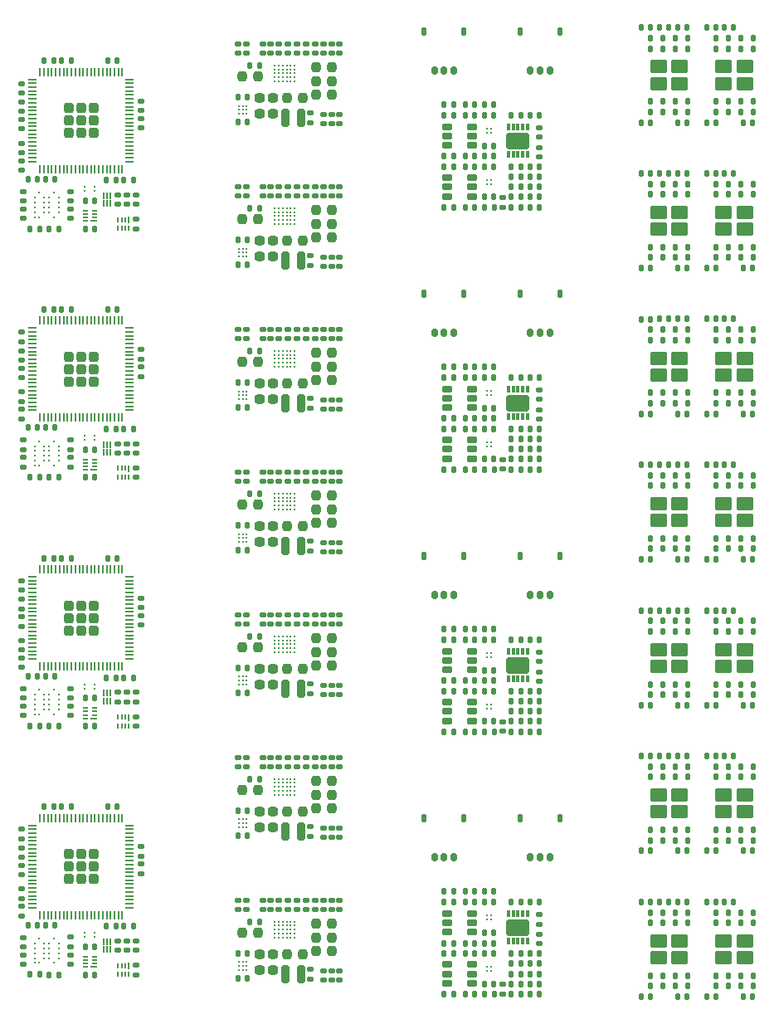
<source format=gbr>
%TF.GenerationSoftware,KiCad,Pcbnew,8.0.4*%
%TF.CreationDate,2024-12-12T16:30:20+01:00*%
%TF.ProjectId,Combined_Module_Panel,436f6d62-696e-4656-945f-4d6f64756c65,rev?*%
%TF.SameCoordinates,Original*%
%TF.FileFunction,Paste,Top*%
%TF.FilePolarity,Positive*%
%FSLAX46Y46*%
G04 Gerber Fmt 4.6, Leading zero omitted, Abs format (unit mm)*
G04 Created by KiCad (PCBNEW 8.0.4) date 2024-12-12 16:30:20*
%MOMM*%
%LPD*%
G01*
G04 APERTURE LIST*
G04 Aperture macros list*
%AMRoundRect*
0 Rectangle with rounded corners*
0 $1 Rounding radius*
0 $2 $3 $4 $5 $6 $7 $8 $9 X,Y pos of 4 corners*
0 Add a 4 corners polygon primitive as box body*
4,1,4,$2,$3,$4,$5,$6,$7,$8,$9,$2,$3,0*
0 Add four circle primitives for the rounded corners*
1,1,$1+$1,$2,$3*
1,1,$1+$1,$4,$5*
1,1,$1+$1,$6,$7*
1,1,$1+$1,$8,$9*
0 Add four rect primitives between the rounded corners*
20,1,$1+$1,$2,$3,$4,$5,0*
20,1,$1+$1,$4,$5,$6,$7,0*
20,1,$1+$1,$6,$7,$8,$9,0*
20,1,$1+$1,$8,$9,$2,$3,0*%
G04 Aperture macros list end*
%ADD10RoundRect,0.142500X-0.167500X0.142500X-0.167500X-0.142500X0.167500X-0.142500X0.167500X0.142500X0*%
%ADD11RoundRect,0.142500X0.142500X0.167500X-0.142500X0.167500X-0.142500X-0.167500X0.142500X-0.167500X0*%
%ADD12RoundRect,0.142500X-0.142500X-0.167500X0.142500X-0.167500X0.142500X0.167500X-0.142500X0.167500X0*%
%ADD13RoundRect,0.142500X0.167500X-0.142500X0.167500X0.142500X-0.167500X0.142500X-0.167500X-0.142500X0*%
%ADD14RoundRect,0.200000X0.200000X0.700000X-0.200000X0.700000X-0.200000X-0.700000X0.200000X-0.700000X0*%
%ADD15RoundRect,0.237500X-0.237500X-0.262500X0.237500X-0.262500X0.237500X0.262500X-0.237500X0.262500X0*%
%ADD16C,0.230000*%
%ADD17RoundRect,0.237500X-0.262500X0.237500X-0.262500X-0.237500X0.262500X-0.237500X0.262500X0.237500X0*%
%ADD18C,0.200000*%
%ADD19C,0.250000*%
%ADD20RoundRect,0.095000X0.095000X-0.275000X0.095000X0.275000X-0.095000X0.275000X-0.095000X-0.275000X0*%
%ADD21RoundRect,0.165000X1.035000X-0.660000X1.035000X0.660000X-1.035000X0.660000X-1.035000X-0.660000X0*%
%ADD22RoundRect,0.043750X0.256250X0.043750X-0.256250X0.043750X-0.256250X-0.043750X0.256250X-0.043750X0*%
%ADD23RoundRect,0.043750X0.206250X0.043750X-0.206250X0.043750X-0.206250X-0.043750X0.206250X-0.043750X0*%
%ADD24RoundRect,0.150000X-0.400000X-0.150000X0.400000X-0.150000X0.400000X0.150000X-0.400000X0.150000X0*%
%ADD25RoundRect,0.175000X0.175000X0.225000X-0.175000X0.225000X-0.175000X-0.225000X0.175000X-0.225000X0*%
%ADD26RoundRect,0.137500X0.137500X0.262500X-0.137500X0.262500X-0.137500X-0.262500X0.137500X-0.262500X0*%
%ADD27RoundRect,0.250000X0.615000X-0.435000X0.615000X0.435000X-0.615000X0.435000X-0.615000X-0.435000X0*%
%ADD28RoundRect,0.125000X0.125000X-0.200000X0.125000X0.200000X-0.125000X0.200000X-0.125000X-0.200000X0*%
%ADD29RoundRect,0.125000X0.125000X-0.250000X0.125000X0.250000X-0.125000X0.250000X-0.125000X-0.250000X0*%
%ADD30RoundRect,0.250000X0.260000X-0.260000X0.260000X0.260000X-0.260000X0.260000X-0.260000X-0.260000X0*%
%ADD31RoundRect,0.050000X0.050000X-0.362500X0.050000X0.362500X-0.050000X0.362500X-0.050000X-0.362500X0*%
%ADD32RoundRect,0.050000X0.362500X-0.050000X0.362500X0.050000X-0.362500X0.050000X-0.362500X-0.050000X0*%
%ADD33RoundRect,0.050000X-0.362500X-0.050000X0.362500X-0.050000X0.362500X0.050000X-0.362500X0.050000X0*%
%ADD34RoundRect,0.237500X0.237500X0.262500X-0.237500X0.262500X-0.237500X-0.262500X0.237500X-0.262500X0*%
%ADD35RoundRect,0.043750X-0.043750X0.256250X-0.043750X-0.256250X0.043750X-0.256250X0.043750X0.256250X0*%
%ADD36RoundRect,0.043750X-0.043750X0.206250X-0.043750X-0.206250X0.043750X-0.206250X0.043750X0.206250X0*%
%ADD37RoundRect,0.042500X-0.042500X0.257500X-0.042500X-0.257500X0.042500X-0.257500X0.042500X0.257500X0*%
G04 APERTURE END LIST*
D10*
%TO.C,R15*%
X120673000Y-106066900D03*
X120673000Y-107026900D03*
%TD*%
D11*
%TO.C,C1*%
X98625000Y-61588000D03*
X97665000Y-61588000D03*
%TD*%
D12*
%TO.C,R42*%
X160346662Y-46148500D03*
X161306662Y-46148500D03*
%TD*%
D10*
%TO.C,R15*%
X120673000Y-47818500D03*
X120673000Y-48778500D03*
%TD*%
D11*
%TO.C,C14*%
X99028000Y-142792000D03*
X98068000Y-142792000D03*
%TD*%
D13*
%TO.C,R18*%
X126873000Y-143351100D03*
X126873000Y-142391100D03*
%TD*%
D12*
%TO.C,C36*%
X142490581Y-108566322D03*
X143450581Y-108566322D03*
%TD*%
D10*
%TO.C,R9*%
X106012000Y-139334000D03*
X106012000Y-140294000D03*
%TD*%
D12*
%TO.C,R33*%
X147132503Y-135336103D03*
X148092503Y-135336103D03*
%TD*%
%TO.C,C19*%
X117318000Y-55798500D03*
X118278000Y-55798500D03*
%TD*%
D11*
%TO.C,C58*%
X159449162Y-61018333D03*
X158489162Y-61018333D03*
%TD*%
D10*
%TO.C,R14*%
X126048000Y-62380600D03*
X126048000Y-63340600D03*
%TD*%
D13*
%TO.C,R19*%
X126048000Y-70540600D03*
X126048000Y-69580600D03*
%TD*%
D10*
%TO.C,R8*%
X106937000Y-88592000D03*
X106937000Y-89552000D03*
%TD*%
D14*
%TO.C,L1*%
X123773000Y-69910600D03*
X122173000Y-69910600D03*
%TD*%
D12*
%TO.C,R25*%
X138370581Y-107497922D03*
X139330581Y-107497922D03*
%TD*%
%TO.C,R23*%
X138370581Y-86029900D03*
X139330581Y-86029900D03*
%TD*%
D13*
%TO.C,R2*%
X95224000Y-60671000D03*
X95224000Y-59711000D03*
%TD*%
D15*
%TO.C,C25*%
X125273000Y-80722700D03*
X126873000Y-80722700D03*
%TD*%
D12*
%TO.C,R23*%
X138370581Y-139552981D03*
X139330581Y-139552981D03*
%TD*%
D10*
%TO.C,R16*%
X119848000Y-120629000D03*
X119848000Y-121589000D03*
%TD*%
D16*
%TO.C,U7*%
X121098000Y-49998500D03*
X121498000Y-49998500D03*
X121898000Y-49998500D03*
X122298000Y-49998500D03*
X122698000Y-49998500D03*
X123098000Y-49998500D03*
X121098000Y-50398500D03*
X121498000Y-50398500D03*
X121898000Y-50398500D03*
X122298000Y-50398500D03*
X122698000Y-50398500D03*
X123098000Y-50398500D03*
X121098000Y-50798500D03*
X121498000Y-50798500D03*
X121898000Y-50798500D03*
X122298000Y-50798500D03*
X122698000Y-50798500D03*
X123098000Y-50798500D03*
X121098000Y-51198500D03*
X121498000Y-51198500D03*
X121898000Y-51198500D03*
X122298000Y-51198500D03*
X122698000Y-51198500D03*
X123098000Y-51198500D03*
X121098000Y-51598500D03*
X121498000Y-51598500D03*
X121898000Y-51598500D03*
X122298000Y-51598500D03*
X122698000Y-51598500D03*
X123098000Y-51598500D03*
%TD*%
D12*
%TO.C,R43*%
X165139162Y-55818500D03*
X166099162Y-55818500D03*
%TD*%
D16*
%TO.C,U6*%
X117398000Y-112371900D03*
X117798000Y-112371900D03*
X118198000Y-112371900D03*
X117398000Y-112771900D03*
X117798000Y-112771900D03*
X118198000Y-112771900D03*
X117398000Y-113171900D03*
X117798000Y-113171900D03*
X118198000Y-113171900D03*
%TD*%
D13*
%TO.C,R18*%
X126873000Y-99664800D03*
X126873000Y-98704800D03*
%TD*%
D11*
%TO.C,C55*%
X141500581Y-140621381D03*
X140540581Y-140621381D03*
%TD*%
D16*
%TO.C,U6*%
X117398000Y-97809800D03*
X117798000Y-97809800D03*
X118198000Y-97809800D03*
X117398000Y-98209800D03*
X117798000Y-98209800D03*
X118198000Y-98209800D03*
X117398000Y-98609800D03*
X117798000Y-98609800D03*
X118198000Y-98609800D03*
%TD*%
D12*
%TO.C,R33*%
X147132503Y-108566322D03*
X148092503Y-108566322D03*
%TD*%
D13*
%TO.C,R5*%
X100212000Y-63804000D03*
X100212000Y-62844000D03*
%TD*%
D11*
%TO.C,C42*%
X143450581Y-53991322D03*
X142490581Y-53991322D03*
%TD*%
D10*
%TO.C,R15*%
X120673000Y-62380600D03*
X120673000Y-63340600D03*
%TD*%
D12*
%TO.C,C38*%
X145207503Y-63431400D03*
X146167503Y-63431400D03*
%TD*%
D11*
%TO.C,C55*%
X141500581Y-87098300D03*
X140540581Y-87098300D03*
%TD*%
%TO.C,C48*%
X139330581Y-91223300D03*
X138370581Y-91223300D03*
%TD*%
D10*
%TO.C,C15*%
X106937000Y-91090000D03*
X106937000Y-92050000D03*
%TD*%
D13*
%TO.C,C28*%
X121498000Y-92464800D03*
X121498000Y-91504800D03*
%TD*%
D17*
%TO.C,C21*%
X120873000Y-140671100D03*
X120873000Y-142271100D03*
%TD*%
D12*
%TO.C,R33*%
X147132503Y-55059722D03*
X148092503Y-55059722D03*
%TD*%
D11*
%TO.C,C49*%
X139330581Y-87098300D03*
X138370581Y-87098300D03*
%TD*%
D13*
%TO.C,R19*%
X126048000Y-143351100D03*
X126048000Y-142391100D03*
%TD*%
D18*
%TO.C,U9*%
X142770581Y-88841500D03*
X142770581Y-88441500D03*
X143170581Y-88841500D03*
X143170581Y-88441500D03*
%TD*%
D12*
%TO.C,R37*%
X138370581Y-55059722D03*
X139330581Y-55059722D03*
%TD*%
D13*
%TO.C,C29*%
X124273000Y-136151100D03*
X124273000Y-135191100D03*
%TD*%
D12*
%TO.C,C50*%
X142490581Y-59276600D03*
X143450581Y-59276600D03*
%TD*%
D10*
%TO.C,R34*%
X148104503Y-58366400D03*
X148104503Y-59326400D03*
%TD*%
D12*
%TO.C,C57*%
X142500581Y-64470000D03*
X143460581Y-64470000D03*
%TD*%
D15*
%TO.C,C26*%
X125273000Y-50198500D03*
X126873000Y-50198500D03*
%TD*%
D11*
%TO.C,C56*%
X141500581Y-135336103D03*
X140540581Y-135336103D03*
%TD*%
D10*
%TO.C,R15*%
X120673000Y-76942700D03*
X120673000Y-77902700D03*
%TD*%
D13*
%TO.C,C31*%
X122423000Y-63340600D03*
X122423000Y-62380600D03*
%TD*%
D12*
%TO.C,C39*%
X145207503Y-117976600D03*
X146167503Y-117976600D03*
%TD*%
%TO.C,R43*%
X165139162Y-145007498D03*
X166099162Y-145007498D03*
%TD*%
D10*
%TO.C,R4*%
X95363000Y-90001000D03*
X95363000Y-90961000D03*
%TD*%
D19*
%TO.C,U2*%
X98553000Y-65467000D03*
X97053000Y-65467000D03*
X96553000Y-65467000D03*
X99053000Y-64967000D03*
X98053000Y-64967000D03*
X97553000Y-64967000D03*
X96553000Y-64967000D03*
X99053000Y-64467000D03*
X98053000Y-64467000D03*
X97553000Y-64467000D03*
X96553000Y-64467000D03*
X99053000Y-63967000D03*
X98053000Y-63967000D03*
X97553000Y-63967000D03*
X96553000Y-63967000D03*
X99053000Y-63467000D03*
X98053000Y-63467000D03*
X97553000Y-63467000D03*
X96553000Y-63467000D03*
X98553000Y-62967000D03*
X97053000Y-62967000D03*
%TD*%
D11*
%TO.C,C5*%
X98498000Y-125636000D03*
X97538000Y-125636000D03*
%TD*%
D12*
%TO.C,C40*%
X145207503Y-141640581D03*
X146167503Y-141640581D03*
%TD*%
D11*
%TO.C,C59*%
X166099162Y-135339998D03*
X165139162Y-135339998D03*
%TD*%
D20*
%TO.C,U11*%
X144901303Y-59102361D03*
X145401303Y-59102361D03*
X145901303Y-59102361D03*
X146401303Y-59102361D03*
X146901303Y-59102361D03*
X146901303Y-56302361D03*
X146401303Y-56302361D03*
X145901303Y-56302361D03*
X145401303Y-56302361D03*
X144901303Y-56302361D03*
D21*
X145901303Y-57702361D03*
%TD*%
D22*
%TO.C,U4*%
X102611669Y-65886000D03*
D23*
X102661669Y-65536000D03*
X102661669Y-65186000D03*
X102661669Y-64836000D03*
X101761669Y-64836000D03*
X101761669Y-65186000D03*
X101761669Y-65536000D03*
X101761669Y-65886000D03*
%TD*%
D24*
%TO.C,U14*%
X138635581Y-83015300D03*
X138635581Y-83965300D03*
X138635581Y-84915300D03*
X141235581Y-84915300D03*
X141235581Y-83015300D03*
X141235581Y-83965300D03*
%TD*%
D10*
%TO.C,C3*%
X107416000Y-80764000D03*
X107416000Y-81724000D03*
%TD*%
D12*
%TO.C,C41*%
X145207503Y-62409600D03*
X146167503Y-62409600D03*
%TD*%
D11*
%TO.C,C14*%
X99028000Y-117421000D03*
X98068000Y-117421000D03*
%TD*%
D18*
%TO.C,U9*%
X142770581Y-142364581D03*
X142770581Y-141964581D03*
X143170581Y-142364581D03*
X143170581Y-141964581D03*
%TD*%
D12*
%TO.C,C18*%
X117318000Y-111471900D03*
X118278000Y-111471900D03*
%TD*%
D15*
%TO.C,C22*%
X122298000Y-96984800D03*
X123898000Y-96984800D03*
%TD*%
D10*
%TO.C,R12*%
X127698000Y-135191100D03*
X127698000Y-136151100D03*
%TD*%
D11*
%TO.C,C17*%
X102691669Y-117421000D03*
X101731669Y-117421000D03*
%TD*%
%TO.C,R44*%
X169814162Y-85548166D03*
X168854162Y-85548166D03*
%TD*%
D12*
%TO.C,R31*%
X147144503Y-142685981D03*
X148104503Y-142685981D03*
%TD*%
D11*
%TO.C,C13*%
X102691669Y-139925500D03*
X101731669Y-139925500D03*
%TD*%
%TO.C,C17*%
X102691669Y-92050000D03*
X101731669Y-92050000D03*
%TD*%
D12*
%TO.C,C18*%
X117318000Y-53223500D03*
X118278000Y-53223500D03*
%TD*%
D10*
%TO.C,R3*%
X95224000Y-108675000D03*
X95224000Y-109635000D03*
%TD*%
D11*
%TO.C,C8*%
X106626000Y-112457000D03*
X105666000Y-112457000D03*
%TD*%
D12*
%TO.C,C37*%
X140540581Y-86029900D03*
X141500581Y-86029900D03*
%TD*%
D11*
%TO.C,R38*%
X141500581Y-53991322D03*
X140540581Y-53991322D03*
%TD*%
D14*
%TO.C,L1*%
X123773000Y-113596900D03*
X122173000Y-113596900D03*
%TD*%
D13*
%TO.C,C29*%
X124273000Y-77902700D03*
X124273000Y-76942700D03*
%TD*%
D11*
%TO.C,C59*%
X166099162Y-105610332D03*
X165139162Y-105610332D03*
%TD*%
D25*
%TO.C,J3*%
X139363581Y-50514322D03*
X138363581Y-50514322D03*
X137363581Y-50514322D03*
D26*
X140388581Y-46514322D03*
X136338581Y-46514322D03*
%TD*%
D12*
%TO.C,R30*%
X147144503Y-88118900D03*
X148104503Y-88118900D03*
%TD*%
D10*
%TO.C,R27*%
X148104503Y-83124300D03*
X148104503Y-84084300D03*
%TD*%
D15*
%TO.C,C25*%
X125273000Y-109846900D03*
X126873000Y-109846900D03*
%TD*%
D11*
%TO.C,R44*%
X169814162Y-70683333D03*
X168854162Y-70683333D03*
%TD*%
D13*
%TO.C,R18*%
X126873000Y-128789000D03*
X126873000Y-127829000D03*
%TD*%
D12*
%TO.C,C45*%
X142490581Y-58208200D03*
X143450581Y-58208200D03*
%TD*%
D10*
%TO.C,R8*%
X106937000Y-139334000D03*
X106937000Y-140294000D03*
%TD*%
%TO.C,C10*%
X95224000Y-104484000D03*
X95224000Y-105444000D03*
%TD*%
D27*
%TO.C,U16*%
X160254162Y-81565666D03*
X162404162Y-81565666D03*
X160254162Y-79865666D03*
X162404162Y-79865666D03*
X162404162Y-79865666D03*
D28*
X159424162Y-84465666D03*
D29*
X159424162Y-83415666D03*
D28*
X160694162Y-84465666D03*
D29*
X160694162Y-83415666D03*
D28*
X161964162Y-84465666D03*
D29*
X161964162Y-83415666D03*
D28*
X163234162Y-84465666D03*
D29*
X163234162Y-83415666D03*
X163234162Y-78015666D03*
D28*
X163234162Y-76965666D03*
D29*
X161964162Y-78015666D03*
D28*
X161964162Y-76965666D03*
D29*
X160694162Y-78015666D03*
D28*
X160694162Y-76965666D03*
D29*
X159424162Y-78015666D03*
D28*
X159424162Y-76965666D03*
%TD*%
D12*
%TO.C,C57*%
X142500581Y-117976600D03*
X143460581Y-117976600D03*
%TD*%
D13*
%TO.C,C31*%
X122423000Y-121589000D03*
X122423000Y-120629000D03*
%TD*%
%TO.C,C28*%
X121498000Y-77902700D03*
X121498000Y-76942700D03*
%TD*%
D17*
%TO.C,C23*%
X119523000Y-67860600D03*
X119523000Y-69460600D03*
%TD*%
D24*
%TO.C,U15*%
X138635581Y-114966200D03*
X138635581Y-115916200D03*
X138635581Y-116866200D03*
X141235581Y-116866200D03*
X141235581Y-114966200D03*
X141235581Y-115916200D03*
%TD*%
D11*
%TO.C,C49*%
X139330581Y-140621381D03*
X138370581Y-140621381D03*
%TD*%
D15*
%TO.C,C22*%
X122298000Y-126109000D03*
X123898000Y-126109000D03*
%TD*%
D10*
%TO.C,C9*%
X107416000Y-78986000D03*
X107416000Y-79946000D03*
%TD*%
D12*
%TO.C,R29*%
X147144503Y-64470000D03*
X148104503Y-64470000D03*
%TD*%
D10*
%TO.C,R4*%
X95363000Y-140743000D03*
X95363000Y-141703000D03*
%TD*%
D12*
%TO.C,C18*%
X117318000Y-67785600D03*
X118278000Y-67785600D03*
%TD*%
D27*
%TO.C,U17*%
X166904162Y-96430499D03*
X169054162Y-96430499D03*
X166904162Y-94730499D03*
X169054162Y-94730499D03*
X169054162Y-94730499D03*
D28*
X166074162Y-99330499D03*
D29*
X166074162Y-98280499D03*
D28*
X167344162Y-99330499D03*
D29*
X167344162Y-98280499D03*
D28*
X168614162Y-99330499D03*
D29*
X168614162Y-98280499D03*
D28*
X169884162Y-99330499D03*
D29*
X169884162Y-98280499D03*
X169884162Y-92880499D03*
D28*
X169884162Y-91830499D03*
D29*
X168614162Y-92880499D03*
D28*
X168614162Y-91830499D03*
D29*
X167344162Y-92880499D03*
D28*
X167344162Y-91830499D03*
D29*
X166074162Y-92880499D03*
D28*
X166074162Y-91830499D03*
%TD*%
D13*
%TO.C,R10*%
X117318000Y-121589000D03*
X117318000Y-120629000D03*
%TD*%
D12*
%TO.C,R39*%
X158489162Y-85548166D03*
X159449162Y-85548166D03*
%TD*%
D13*
%TO.C,R11*%
X118148000Y-121589000D03*
X118148000Y-120629000D03*
%TD*%
D27*
%TO.C,U17*%
X166904162Y-51836000D03*
X169054162Y-51836000D03*
X166904162Y-50136000D03*
X169054162Y-50136000D03*
X169054162Y-50136000D03*
D28*
X166074162Y-54736000D03*
D29*
X166074162Y-53686000D03*
D28*
X167344162Y-54736000D03*
D29*
X167344162Y-53686000D03*
D28*
X168614162Y-54736000D03*
D29*
X168614162Y-53686000D03*
D28*
X169884162Y-54736000D03*
D29*
X169884162Y-53686000D03*
X169884162Y-48286000D03*
D28*
X169884162Y-47236000D03*
D29*
X168614162Y-48286000D03*
D28*
X168614162Y-47236000D03*
D29*
X167344162Y-48286000D03*
D28*
X167344162Y-47236000D03*
D29*
X166074162Y-48286000D03*
D28*
X166074162Y-47236000D03*
%TD*%
D20*
%TO.C,U11*%
X144901303Y-85855661D03*
X145401303Y-85855661D03*
X145901303Y-85855661D03*
X146401303Y-85855661D03*
X146901303Y-85855661D03*
X146901303Y-83055661D03*
X146401303Y-83055661D03*
X145901303Y-83055661D03*
X145401303Y-83055661D03*
X144901303Y-83055661D03*
D21*
X145901303Y-84455661D03*
%TD*%
D10*
%TO.C,R13*%
X126873000Y-91504800D03*
X126873000Y-92464800D03*
%TD*%
D12*
%TO.C,R43*%
X165139162Y-100412999D03*
X166099162Y-100412999D03*
%TD*%
D11*
%TO.C,C8*%
X106626000Y-87086000D03*
X105666000Y-87086000D03*
%TD*%
D19*
%TO.C,OSC1*%
X102701000Y-87777000D03*
X101701000Y-87777000D03*
X101701000Y-88187000D03*
X102701000Y-88187000D03*
%TD*%
D16*
%TO.C,U7*%
X121098000Y-93684800D03*
X121498000Y-93684800D03*
X121898000Y-93684800D03*
X122298000Y-93684800D03*
X122698000Y-93684800D03*
X123098000Y-93684800D03*
X121098000Y-94084800D03*
X121498000Y-94084800D03*
X121898000Y-94084800D03*
X122298000Y-94084800D03*
X122698000Y-94084800D03*
X123098000Y-94084800D03*
X121098000Y-94484800D03*
X121498000Y-94484800D03*
X121898000Y-94484800D03*
X122298000Y-94484800D03*
X122698000Y-94484800D03*
X123098000Y-94484800D03*
X121098000Y-94884800D03*
X121498000Y-94884800D03*
X121898000Y-94884800D03*
X122298000Y-94884800D03*
X122698000Y-94884800D03*
X123098000Y-94884800D03*
X121098000Y-95284800D03*
X121498000Y-95284800D03*
X121898000Y-95284800D03*
X122298000Y-95284800D03*
X122698000Y-95284800D03*
X123098000Y-95284800D03*
%TD*%
D11*
%TO.C,R1*%
X97078000Y-117396000D03*
X96118000Y-117396000D03*
%TD*%
D13*
%TO.C,R10*%
X117318000Y-63340600D03*
X117318000Y-62380600D03*
%TD*%
D14*
%TO.C,L1*%
X123773000Y-84472700D03*
X122173000Y-84472700D03*
%TD*%
D12*
%TO.C,R30*%
X147144503Y-114872200D03*
X148104503Y-114872200D03*
%TD*%
D13*
%TO.C,R17*%
X127698000Y-128789000D03*
X127698000Y-127829000D03*
%TD*%
D12*
%TO.C,R31*%
X147144503Y-89162900D03*
X148104503Y-89162900D03*
%TD*%
D10*
%TO.C,R8*%
X106937000Y-63221000D03*
X106937000Y-64181000D03*
%TD*%
D11*
%TO.C,C56*%
X141500581Y-81813022D03*
X140540581Y-81813022D03*
%TD*%
D12*
%TO.C,R30*%
X147144503Y-141641981D03*
X148104503Y-141641981D03*
%TD*%
%TO.C,R42*%
X160346662Y-90742999D03*
X161306662Y-90742999D03*
%TD*%
D10*
%TO.C,R34*%
X148104503Y-85119700D03*
X148104503Y-86079700D03*
%TD*%
D30*
%TO.C,U1*%
X100050000Y-56889000D03*
X101320000Y-56889000D03*
X102590000Y-56889000D03*
X100050000Y-55619000D03*
X101320000Y-55619000D03*
X102590000Y-55619000D03*
X100050000Y-54349000D03*
X101320000Y-54349000D03*
X102590000Y-54349000D03*
D31*
X97120000Y-60569000D03*
X97520000Y-60569000D03*
X97920000Y-60569000D03*
X98320000Y-60569000D03*
X98720000Y-60569000D03*
X99120000Y-60569000D03*
X99520000Y-60569000D03*
X99920000Y-60569000D03*
X100320000Y-60569000D03*
X100720000Y-60569000D03*
X101120000Y-60569000D03*
X101520000Y-60569000D03*
X101920000Y-60569000D03*
X102320000Y-60569000D03*
X102720000Y-60569000D03*
X103120000Y-60569000D03*
X103520000Y-60569000D03*
X103920000Y-60569000D03*
X104320000Y-60569000D03*
X104720000Y-60569000D03*
X105120000Y-60569000D03*
X105520000Y-60569000D03*
D32*
X106270000Y-59819000D03*
X106270000Y-59419000D03*
X106270000Y-59019000D03*
X106270000Y-58619000D03*
X106270000Y-58219000D03*
X106270000Y-57819000D03*
X106270000Y-57419000D03*
X106270000Y-57019000D03*
X106270000Y-56619000D03*
X106270000Y-56219000D03*
X106270000Y-55819000D03*
X106270000Y-55419000D03*
X106270000Y-55019000D03*
X106270000Y-54619000D03*
X106270000Y-54219000D03*
X106270000Y-53819000D03*
X106270000Y-53419000D03*
X106270000Y-53019000D03*
X106270000Y-52619000D03*
D33*
X106270000Y-52219000D03*
X106270000Y-51819000D03*
X106270000Y-51419000D03*
D31*
X105520000Y-50669000D03*
X105120000Y-50669000D03*
X104720000Y-50669000D03*
X104320000Y-50669000D03*
X103920000Y-50669000D03*
X103520000Y-50669000D03*
X103120000Y-50669000D03*
X102720000Y-50669000D03*
X102320000Y-50669000D03*
X101920000Y-50669000D03*
X101520000Y-50669000D03*
X101120000Y-50669000D03*
X100720000Y-50669000D03*
X100320000Y-50669000D03*
X99920000Y-50669000D03*
X99520000Y-50669000D03*
X99120000Y-50669000D03*
X98720000Y-50669000D03*
X98320000Y-50669000D03*
X97920000Y-50669000D03*
X97520000Y-50669000D03*
X97120000Y-50669000D03*
D32*
X96370000Y-51419000D03*
X96370000Y-51819000D03*
X96370000Y-52219000D03*
X96370000Y-52619000D03*
X96370000Y-53019000D03*
X96370000Y-53419000D03*
X96370000Y-53819000D03*
X96370000Y-54219000D03*
X96370000Y-54619000D03*
X96370000Y-55019000D03*
X96370000Y-55419000D03*
X96370000Y-55819000D03*
X96370000Y-56219000D03*
X96370000Y-56619000D03*
X96370000Y-57019000D03*
X96370000Y-57419000D03*
X96370000Y-57819000D03*
X96370000Y-58219000D03*
X96370000Y-58619000D03*
X96370000Y-59019000D03*
X96370000Y-59419000D03*
X96370000Y-59819000D03*
%TD*%
D10*
%TO.C,C10*%
X95224000Y-53742000D03*
X95224000Y-54702000D03*
%TD*%
%TO.C,C9*%
X107416000Y-129728000D03*
X107416000Y-130688000D03*
%TD*%
D13*
%TO.C,R17*%
X127698000Y-85102700D03*
X127698000Y-84142700D03*
%TD*%
D11*
%TO.C,C56*%
X141500581Y-55059722D03*
X140540581Y-55059722D03*
%TD*%
D10*
%TO.C,R3*%
X95224000Y-57933000D03*
X95224000Y-58893000D03*
%TD*%
D12*
%TO.C,C19*%
X117318000Y-143171100D03*
X118278000Y-143171100D03*
%TD*%
%TO.C,R26*%
X145207503Y-60345000D03*
X146167503Y-60345000D03*
%TD*%
%TO.C,R31*%
X147144503Y-62409600D03*
X148104503Y-62409600D03*
%TD*%
D13*
%TO.C,R19*%
X126048000Y-128789000D03*
X126048000Y-127829000D03*
%TD*%
D11*
%TO.C,R40*%
X163164162Y-105610332D03*
X162204162Y-105610332D03*
%TD*%
D12*
%TO.C,R29*%
X147144503Y-91223300D03*
X148104503Y-91223300D03*
%TD*%
D24*
%TO.C,U15*%
X138635581Y-88212900D03*
X138635581Y-89162900D03*
X138635581Y-90112900D03*
X141235581Y-90112900D03*
X141235581Y-88212900D03*
X141235581Y-89162900D03*
%TD*%
D13*
%TO.C,R17*%
X127698000Y-70540600D03*
X127698000Y-69580600D03*
%TD*%
D11*
%TO.C,R44*%
X169814162Y-55818500D03*
X168854162Y-55818500D03*
%TD*%
D10*
%TO.C,R34*%
X148104503Y-111873000D03*
X148104503Y-112833000D03*
%TD*%
D11*
%TO.C,R41*%
X163164162Y-85548166D03*
X162204162Y-85548166D03*
%TD*%
D13*
%TO.C,C31*%
X122423000Y-48778500D03*
X122423000Y-47818500D03*
%TD*%
%TO.C,R11*%
X118148000Y-63340600D03*
X118148000Y-62380600D03*
%TD*%
%TO.C,R6*%
X95363000Y-63812000D03*
X95363000Y-62852000D03*
%TD*%
D11*
%TO.C,C5*%
X98498000Y-49523000D03*
X97538000Y-49523000D03*
%TD*%
%TO.C,C1*%
X98625000Y-86959000D03*
X97665000Y-86959000D03*
%TD*%
D13*
%TO.C,C31*%
X122423000Y-77902700D03*
X122423000Y-76942700D03*
%TD*%
D12*
%TO.C,R25*%
X138370581Y-80744622D03*
X139330581Y-80744622D03*
%TD*%
%TO.C,R39*%
X158489162Y-130142665D03*
X159449162Y-130142665D03*
%TD*%
D11*
%TO.C,R24*%
X141500581Y-64470000D03*
X140540581Y-64470000D03*
%TD*%
D13*
%TO.C,R18*%
X126873000Y-85102700D03*
X126873000Y-84142700D03*
%TD*%
D25*
%TO.C,J5*%
X149136581Y-130790703D03*
X148136581Y-130790703D03*
X147136581Y-130790703D03*
D26*
X150161581Y-126790703D03*
X146111581Y-126790703D03*
%TD*%
D15*
%TO.C,C22*%
X122298000Y-140671100D03*
X123898000Y-140671100D03*
%TD*%
D17*
%TO.C,C21*%
X120873000Y-96984800D03*
X120873000Y-98584800D03*
%TD*%
D12*
%TO.C,C39*%
X145207503Y-144746381D03*
X146167503Y-144746381D03*
%TD*%
D13*
%TO.C,R10*%
X117318000Y-48778500D03*
X117318000Y-47818500D03*
%TD*%
D10*
%TO.C,C3*%
X107416000Y-55393000D03*
X107416000Y-56353000D03*
%TD*%
D13*
%TO.C,R2*%
X95224000Y-86042000D03*
X95224000Y-85082000D03*
%TD*%
D24*
%TO.C,U14*%
X138635581Y-136538381D03*
X138635581Y-137488381D03*
X138635581Y-138438381D03*
X141235581Y-138438381D03*
X141235581Y-136538381D03*
X141235581Y-137488381D03*
%TD*%
D13*
%TO.C,C32*%
X123348000Y-63340600D03*
X123348000Y-62380600D03*
%TD*%
D17*
%TO.C,C23*%
X119523000Y-53298500D03*
X119523000Y-54898500D03*
%TD*%
D13*
%TO.C,R10*%
X117318000Y-136151100D03*
X117318000Y-135191100D03*
%TD*%
%TO.C,R6*%
X95363000Y-114554000D03*
X95363000Y-113594000D03*
%TD*%
D12*
%TO.C,C45*%
X142490581Y-84961500D03*
X143450581Y-84961500D03*
%TD*%
D10*
%TO.C,R15*%
X120673000Y-120629000D03*
X120673000Y-121589000D03*
%TD*%
D13*
%TO.C,C27*%
X124698000Y-55828500D03*
X124698000Y-54868500D03*
%TD*%
D11*
%TO.C,C4*%
X104975000Y-100265000D03*
X104015000Y-100265000D03*
%TD*%
D14*
%TO.C,L1*%
X123773000Y-99034800D03*
X122173000Y-99034800D03*
%TD*%
D12*
%TO.C,C37*%
X140540581Y-139552981D03*
X141500581Y-139552981D03*
%TD*%
D13*
%TO.C,R10*%
X117318000Y-107026900D03*
X117318000Y-106066900D03*
%TD*%
D10*
%TO.C,C15*%
X106937000Y-141832000D03*
X106937000Y-142792000D03*
%TD*%
D12*
%TO.C,C45*%
X142490581Y-111714800D03*
X143450581Y-111714800D03*
%TD*%
D10*
%TO.C,C16*%
X105087000Y-63221000D03*
X105087000Y-64181000D03*
%TD*%
D24*
%TO.C,U14*%
X138635581Y-109768600D03*
X138635581Y-110718600D03*
X138635581Y-111668600D03*
X141235581Y-111668600D03*
X141235581Y-109768600D03*
X141235581Y-110718600D03*
%TD*%
D12*
%TO.C,C19*%
X117318000Y-99484800D03*
X118278000Y-99484800D03*
%TD*%
D34*
%TO.C,C20*%
X119323000Y-51098500D03*
X117723000Y-51098500D03*
%TD*%
D12*
%TO.C,R45*%
X166959162Y-75880666D03*
X167919162Y-75880666D03*
%TD*%
D10*
%TO.C,R13*%
X126873000Y-47818500D03*
X126873000Y-48778500D03*
%TD*%
D13*
%TO.C,R19*%
X126048000Y-99664800D03*
X126048000Y-98704800D03*
%TD*%
D11*
%TO.C,C43*%
X146167503Y-108566322D03*
X145207503Y-108566322D03*
%TD*%
D13*
%TO.C,C30*%
X125223000Y-92464800D03*
X125223000Y-91504800D03*
%TD*%
D12*
%TO.C,R25*%
X138370581Y-53991322D03*
X139330581Y-53991322D03*
%TD*%
D10*
%TO.C,R16*%
X119848000Y-135191100D03*
X119848000Y-136151100D03*
%TD*%
D13*
%TO.C,C27*%
X124698000Y-84952700D03*
X124698000Y-83992700D03*
%TD*%
D12*
%TO.C,C39*%
X145207503Y-64470000D03*
X146167503Y-64470000D03*
%TD*%
D11*
%TO.C,C42*%
X143450581Y-80744622D03*
X142490581Y-80744622D03*
%TD*%
D12*
%TO.C,C50*%
X142490581Y-86029900D03*
X143450581Y-86029900D03*
%TD*%
%TO.C,C19*%
X117318000Y-114046900D03*
X118278000Y-114046900D03*
%TD*%
D11*
%TO.C,C2*%
X104848000Y-87086000D03*
X103888000Y-87086000D03*
%TD*%
D13*
%TO.C,C28*%
X121498000Y-121589000D03*
X121498000Y-120629000D03*
%TD*%
D19*
%TO.C,U10*%
X142770581Y-56433961D03*
X143170581Y-56433961D03*
X142770581Y-56833961D03*
X143170581Y-56833961D03*
%TD*%
D12*
%TO.C,R28*%
X147144503Y-63431400D03*
X148104503Y-63431400D03*
%TD*%
%TO.C,R42*%
X160346662Y-105607832D03*
X161306662Y-105607832D03*
%TD*%
%TO.C,C18*%
X117318000Y-96909800D03*
X118278000Y-96909800D03*
%TD*%
D13*
%TO.C,R18*%
X126873000Y-114226900D03*
X126873000Y-113266900D03*
%TD*%
D11*
%TO.C,R1*%
X97078000Y-92025000D03*
X96118000Y-92025000D03*
%TD*%
D12*
%TO.C,C7*%
X95877000Y-61588000D03*
X96837000Y-61588000D03*
%TD*%
D11*
%TO.C,C49*%
X139330581Y-113851600D03*
X138370581Y-113851600D03*
%TD*%
D35*
%TO.C,U3*%
X106144000Y-91170000D03*
D36*
X105794000Y-91120000D03*
X105444000Y-91120000D03*
X105094000Y-91120000D03*
X105094000Y-92020000D03*
X105444000Y-92020000D03*
X105794000Y-92020000D03*
X106144000Y-92020000D03*
%TD*%
D34*
%TO.C,C20*%
X119323000Y-109346900D03*
X117723000Y-109346900D03*
%TD*%
D10*
%TO.C,R27*%
X148104503Y-56371000D03*
X148104503Y-57331000D03*
%TD*%
D13*
%TO.C,C32*%
X123348000Y-107026900D03*
X123348000Y-106066900D03*
%TD*%
%TO.C,R17*%
X127698000Y-114226900D03*
X127698000Y-113266900D03*
%TD*%
D11*
%TO.C,C58*%
X159449162Y-75883166D03*
X158489162Y-75883166D03*
%TD*%
D13*
%TO.C,C28*%
X121498000Y-107026900D03*
X121498000Y-106066900D03*
%TD*%
D11*
%TO.C,C13*%
X102691669Y-89183500D03*
X101731669Y-89183500D03*
%TD*%
D25*
%TO.C,J3*%
X139363581Y-104020922D03*
X138363581Y-104020922D03*
X137363581Y-104020922D03*
D26*
X140388581Y-100020922D03*
X136338581Y-100020922D03*
%TD*%
D10*
%TO.C,R27*%
X148104503Y-136647381D03*
X148104503Y-137607381D03*
%TD*%
D27*
%TO.C,U16*%
X160254162Y-51836000D03*
X162404162Y-51836000D03*
X160254162Y-50136000D03*
X162404162Y-50136000D03*
X162404162Y-50136000D03*
D28*
X159424162Y-54736000D03*
D29*
X159424162Y-53686000D03*
D28*
X160694162Y-54736000D03*
D29*
X160694162Y-53686000D03*
D28*
X161964162Y-54736000D03*
D29*
X161964162Y-53686000D03*
D28*
X163234162Y-54736000D03*
D29*
X163234162Y-53686000D03*
X163234162Y-48286000D03*
D28*
X163234162Y-47236000D03*
D29*
X161964162Y-48286000D03*
D28*
X161964162Y-47236000D03*
D29*
X160694162Y-48286000D03*
D28*
X160694162Y-47236000D03*
D29*
X159424162Y-48286000D03*
D28*
X159424162Y-47236000D03*
%TD*%
D13*
%TO.C,C32*%
X123348000Y-77902700D03*
X123348000Y-76942700D03*
%TD*%
%TO.C,C27*%
X124698000Y-128639000D03*
X124698000Y-127679000D03*
%TD*%
D11*
%TO.C,R41*%
X163164162Y-100412999D03*
X162204162Y-100412999D03*
%TD*%
D10*
%TO.C,C9*%
X107416000Y-53615000D03*
X107416000Y-54575000D03*
%TD*%
%TO.C,R8*%
X106937000Y-113963000D03*
X106937000Y-114923000D03*
%TD*%
D13*
%TO.C,R19*%
X126048000Y-85102700D03*
X126048000Y-84142700D03*
%TD*%
%TO.C,C30*%
X125223000Y-63340600D03*
X125223000Y-62380600D03*
%TD*%
%TO.C,R6*%
X95363000Y-139925000D03*
X95363000Y-138965000D03*
%TD*%
%TO.C,C28*%
X121498000Y-48778500D03*
X121498000Y-47818500D03*
%TD*%
D12*
%TO.C,R32*%
X147144503Y-87098300D03*
X148104503Y-87098300D03*
%TD*%
D13*
%TO.C,C29*%
X124273000Y-48778500D03*
X124273000Y-47818500D03*
%TD*%
%TO.C,C29*%
X124273000Y-107026900D03*
X124273000Y-106066900D03*
%TD*%
D11*
%TO.C,C2*%
X104848000Y-112457000D03*
X103888000Y-112457000D03*
%TD*%
D17*
%TO.C,C23*%
X119523000Y-82422700D03*
X119523000Y-84022700D03*
%TD*%
D10*
%TO.C,C6*%
X95224000Y-80891000D03*
X95224000Y-81851000D03*
%TD*%
D25*
%TO.C,J5*%
X149136581Y-77267622D03*
X148136581Y-77267622D03*
X147136581Y-77267622D03*
D26*
X150161581Y-73267622D03*
X146111581Y-73267622D03*
%TD*%
D13*
%TO.C,R10*%
X117318000Y-92464800D03*
X117318000Y-91504800D03*
%TD*%
D12*
%TO.C,C51*%
X142490581Y-140621381D03*
X143450581Y-140621381D03*
%TD*%
D11*
%TO.C,R44*%
X169814162Y-130142665D03*
X168854162Y-130142665D03*
%TD*%
D12*
%TO.C,C19*%
X117318000Y-84922700D03*
X118278000Y-84922700D03*
%TD*%
D16*
%TO.C,U7*%
X121098000Y-122809000D03*
X121498000Y-122809000D03*
X121898000Y-122809000D03*
X122298000Y-122809000D03*
X122698000Y-122809000D03*
X123098000Y-122809000D03*
X121098000Y-123209000D03*
X121498000Y-123209000D03*
X121898000Y-123209000D03*
X122298000Y-123209000D03*
X122698000Y-123209000D03*
X123098000Y-123209000D03*
X121098000Y-123609000D03*
X121498000Y-123609000D03*
X121898000Y-123609000D03*
X122298000Y-123609000D03*
X122698000Y-123609000D03*
X123098000Y-123609000D03*
X121098000Y-124009000D03*
X121498000Y-124009000D03*
X121898000Y-124009000D03*
X122298000Y-124009000D03*
X122698000Y-124009000D03*
X123098000Y-124009000D03*
X121098000Y-124409000D03*
X121498000Y-124409000D03*
X121898000Y-124409000D03*
X122298000Y-124409000D03*
X122698000Y-124409000D03*
X123098000Y-124409000D03*
%TD*%
D12*
%TO.C,R39*%
X158489162Y-115277832D03*
X159449162Y-115277832D03*
%TD*%
D10*
%TO.C,R12*%
X127698000Y-76942700D03*
X127698000Y-77902700D03*
%TD*%
D11*
%TO.C,C17*%
X102691669Y-142792000D03*
X101731669Y-142792000D03*
%TD*%
D10*
%TO.C,R12*%
X127698000Y-47818500D03*
X127698000Y-48778500D03*
%TD*%
D12*
%TO.C,C39*%
X145207503Y-91223300D03*
X146167503Y-91223300D03*
%TD*%
%TO.C,C45*%
X142490581Y-138484581D03*
X143450581Y-138484581D03*
%TD*%
D10*
%TO.C,C6*%
X95224000Y-55520000D03*
X95224000Y-56480000D03*
%TD*%
%TO.C,R7*%
X100212000Y-64630000D03*
X100212000Y-65590000D03*
%TD*%
D11*
%TO.C,C42*%
X143450581Y-107497922D03*
X142490581Y-107497922D03*
%TD*%
D13*
%TO.C,R5*%
X100212000Y-139917000D03*
X100212000Y-138957000D03*
%TD*%
D10*
%TO.C,R16*%
X119848000Y-76942700D03*
X119848000Y-77902700D03*
%TD*%
D19*
%TO.C,OSC1*%
X102701000Y-138519000D03*
X101701000Y-138519000D03*
X101701000Y-138929000D03*
X102701000Y-138929000D03*
%TD*%
D11*
%TO.C,R40*%
X163164162Y-46151000D03*
X162204162Y-46151000D03*
%TD*%
D13*
%TO.C,C30*%
X125223000Y-121589000D03*
X125223000Y-120629000D03*
%TD*%
D15*
%TO.C,C25*%
X125273000Y-138971100D03*
X126873000Y-138971100D03*
%TD*%
D13*
%TO.C,C32*%
X123348000Y-136151100D03*
X123348000Y-135191100D03*
%TD*%
D11*
%TO.C,R44*%
X169814162Y-145007498D03*
X168854162Y-145007498D03*
%TD*%
D12*
%TO.C,R23*%
X138370581Y-112783200D03*
X139330581Y-112783200D03*
%TD*%
D11*
%TO.C,C4*%
X104975000Y-125636000D03*
X104015000Y-125636000D03*
%TD*%
D12*
%TO.C,R33*%
X147132503Y-81813022D03*
X148092503Y-81813022D03*
%TD*%
D17*
%TO.C,C23*%
X119523000Y-126109000D03*
X119523000Y-127709000D03*
%TD*%
D10*
%TO.C,C12*%
X95224000Y-77208000D03*
X95224000Y-78168000D03*
%TD*%
D13*
%TO.C,R19*%
X126048000Y-114226900D03*
X126048000Y-113266900D03*
%TD*%
D12*
%TO.C,R43*%
X165139162Y-115277832D03*
X166099162Y-115277832D03*
%TD*%
D17*
%TO.C,C21*%
X120873000Y-67860600D03*
X120873000Y-69460600D03*
%TD*%
D10*
%TO.C,R4*%
X95363000Y-64630000D03*
X95363000Y-65590000D03*
%TD*%
D12*
%TO.C,C52*%
X142490581Y-143707781D03*
X143450581Y-143707781D03*
%TD*%
D11*
%TO.C,R40*%
X163164162Y-90745499D03*
X162204162Y-90745499D03*
%TD*%
D12*
%TO.C,C52*%
X142490581Y-90184700D03*
X143450581Y-90184700D03*
%TD*%
D11*
%TO.C,C33*%
X119503000Y-50023500D03*
X118543000Y-50023500D03*
%TD*%
D10*
%TO.C,C9*%
X107416000Y-104357000D03*
X107416000Y-105317000D03*
%TD*%
D27*
%TO.C,U16*%
X160254162Y-96430499D03*
X162404162Y-96430499D03*
X160254162Y-94730499D03*
X162404162Y-94730499D03*
X162404162Y-94730499D03*
D28*
X159424162Y-99330499D03*
D29*
X159424162Y-98280499D03*
D28*
X160694162Y-99330499D03*
D29*
X160694162Y-98280499D03*
D28*
X161964162Y-99330499D03*
D29*
X161964162Y-98280499D03*
D28*
X163234162Y-99330499D03*
D29*
X163234162Y-98280499D03*
X163234162Y-92880499D03*
D28*
X163234162Y-91830499D03*
D29*
X161964162Y-92880499D03*
D28*
X161964162Y-91830499D03*
D29*
X160694162Y-92880499D03*
D28*
X160694162Y-91830499D03*
D29*
X159424162Y-92880499D03*
D28*
X159424162Y-91830499D03*
%TD*%
D15*
%TO.C,C24*%
X125273000Y-67560600D03*
X126873000Y-67560600D03*
%TD*%
D11*
%TO.C,R24*%
X141500581Y-91223300D03*
X140540581Y-91223300D03*
%TD*%
%TO.C,C4*%
X104975000Y-74894000D03*
X104015000Y-74894000D03*
%TD*%
D13*
%TO.C,C27*%
X124698000Y-99514800D03*
X124698000Y-98554800D03*
%TD*%
D11*
%TO.C,R40*%
X163164162Y-120475165D03*
X162204162Y-120475165D03*
%TD*%
%TO.C,C13*%
X102691669Y-63812500D03*
X101731669Y-63812500D03*
%TD*%
D13*
%TO.C,R19*%
X126048000Y-55978500D03*
X126048000Y-55018500D03*
%TD*%
D11*
%TO.C,C49*%
X139330581Y-60345000D03*
X138370581Y-60345000D03*
%TD*%
D13*
%TO.C,C30*%
X125223000Y-107026900D03*
X125223000Y-106066900D03*
%TD*%
D10*
%TO.C,R12*%
X127698000Y-120629000D03*
X127698000Y-121589000D03*
%TD*%
D13*
%TO.C,R17*%
X127698000Y-99664800D03*
X127698000Y-98704800D03*
%TD*%
D11*
%TO.C,C48*%
X139330581Y-144746381D03*
X138370581Y-144746381D03*
%TD*%
D10*
%TO.C,C10*%
X95224000Y-79113000D03*
X95224000Y-80073000D03*
%TD*%
%TO.C,R13*%
X126873000Y-120629000D03*
X126873000Y-121589000D03*
%TD*%
D12*
%TO.C,C51*%
X142490581Y-113851600D03*
X143450581Y-113851600D03*
%TD*%
D11*
%TO.C,C48*%
X139330581Y-117976600D03*
X138370581Y-117976600D03*
%TD*%
D12*
%TO.C,R37*%
X138370581Y-135336103D03*
X139330581Y-135336103D03*
%TD*%
D37*
%TO.C,U5*%
X104294000Y-114043000D03*
X103944000Y-114043000D03*
X103594000Y-114043000D03*
X103594000Y-114843000D03*
X103944000Y-114843000D03*
X104294000Y-114843000D03*
%TD*%
D10*
%TO.C,C6*%
X95224000Y-131633000D03*
X95224000Y-132593000D03*
%TD*%
%TO.C,R13*%
X126873000Y-76942700D03*
X126873000Y-77902700D03*
%TD*%
D30*
%TO.C,U1*%
X100050000Y-133002000D03*
X101320000Y-133002000D03*
X102590000Y-133002000D03*
X100050000Y-131732000D03*
X101320000Y-131732000D03*
X102590000Y-131732000D03*
X100050000Y-130462000D03*
X101320000Y-130462000D03*
X102590000Y-130462000D03*
D31*
X97120000Y-136682000D03*
X97520000Y-136682000D03*
X97920000Y-136682000D03*
X98320000Y-136682000D03*
X98720000Y-136682000D03*
X99120000Y-136682000D03*
X99520000Y-136682000D03*
X99920000Y-136682000D03*
X100320000Y-136682000D03*
X100720000Y-136682000D03*
X101120000Y-136682000D03*
X101520000Y-136682000D03*
X101920000Y-136682000D03*
X102320000Y-136682000D03*
X102720000Y-136682000D03*
X103120000Y-136682000D03*
X103520000Y-136682000D03*
X103920000Y-136682000D03*
X104320000Y-136682000D03*
X104720000Y-136682000D03*
X105120000Y-136682000D03*
X105520000Y-136682000D03*
D32*
X106270000Y-135932000D03*
X106270000Y-135532000D03*
X106270000Y-135132000D03*
X106270000Y-134732000D03*
X106270000Y-134332000D03*
X106270000Y-133932000D03*
X106270000Y-133532000D03*
X106270000Y-133132000D03*
X106270000Y-132732000D03*
X106270000Y-132332000D03*
X106270000Y-131932000D03*
X106270000Y-131532000D03*
X106270000Y-131132000D03*
X106270000Y-130732000D03*
X106270000Y-130332000D03*
X106270000Y-129932000D03*
X106270000Y-129532000D03*
X106270000Y-129132000D03*
X106270000Y-128732000D03*
D33*
X106270000Y-128332000D03*
X106270000Y-127932000D03*
X106270000Y-127532000D03*
D31*
X105520000Y-126782000D03*
X105120000Y-126782000D03*
X104720000Y-126782000D03*
X104320000Y-126782000D03*
X103920000Y-126782000D03*
X103520000Y-126782000D03*
X103120000Y-126782000D03*
X102720000Y-126782000D03*
X102320000Y-126782000D03*
X101920000Y-126782000D03*
X101520000Y-126782000D03*
X101120000Y-126782000D03*
X100720000Y-126782000D03*
X100320000Y-126782000D03*
X99920000Y-126782000D03*
X99520000Y-126782000D03*
X99120000Y-126782000D03*
X98720000Y-126782000D03*
X98320000Y-126782000D03*
X97920000Y-126782000D03*
X97520000Y-126782000D03*
X97120000Y-126782000D03*
D32*
X96370000Y-127532000D03*
X96370000Y-127932000D03*
X96370000Y-128332000D03*
X96370000Y-128732000D03*
X96370000Y-129132000D03*
X96370000Y-129532000D03*
X96370000Y-129932000D03*
X96370000Y-130332000D03*
X96370000Y-130732000D03*
X96370000Y-131132000D03*
X96370000Y-131532000D03*
X96370000Y-131932000D03*
X96370000Y-132332000D03*
X96370000Y-132732000D03*
X96370000Y-133132000D03*
X96370000Y-133532000D03*
X96370000Y-133932000D03*
X96370000Y-134332000D03*
X96370000Y-134732000D03*
X96370000Y-135132000D03*
X96370000Y-135532000D03*
X96370000Y-135932000D03*
%TD*%
D12*
%TO.C,C7*%
X95877000Y-137701000D03*
X96837000Y-137701000D03*
%TD*%
%TO.C,R26*%
X145207503Y-113851600D03*
X146167503Y-113851600D03*
%TD*%
D13*
%TO.C,R11*%
X118148000Y-77902700D03*
X118148000Y-76942700D03*
%TD*%
D22*
%TO.C,U4*%
X102611669Y-91257000D03*
D23*
X102661669Y-90907000D03*
X102661669Y-90557000D03*
X102661669Y-90207000D03*
X101761669Y-90207000D03*
X101761669Y-90557000D03*
X101761669Y-90907000D03*
X101761669Y-91257000D03*
%TD*%
D12*
%TO.C,R23*%
X138370581Y-59276600D03*
X139330581Y-59276600D03*
%TD*%
D11*
%TO.C,C8*%
X106626000Y-137828000D03*
X105666000Y-137828000D03*
%TD*%
D15*
%TO.C,C26*%
X125273000Y-108446900D03*
X126873000Y-108446900D03*
%TD*%
D11*
%TO.C,C55*%
X141500581Y-60345000D03*
X140540581Y-60345000D03*
%TD*%
%TO.C,C11*%
X100276000Y-125636000D03*
X99316000Y-125636000D03*
%TD*%
D13*
%TO.C,R11*%
X118148000Y-136151100D03*
X118148000Y-135191100D03*
%TD*%
D11*
%TO.C,C59*%
X166099162Y-90745499D03*
X165139162Y-90745499D03*
%TD*%
%TO.C,C14*%
X99028000Y-66679000D03*
X98068000Y-66679000D03*
%TD*%
D13*
%TO.C,R18*%
X126873000Y-70540600D03*
X126873000Y-69580600D03*
%TD*%
D22*
%TO.C,U4*%
X102611669Y-141999000D03*
D23*
X102661669Y-141649000D03*
X102661669Y-141299000D03*
X102661669Y-140949000D03*
X101761669Y-140949000D03*
X101761669Y-141299000D03*
X101761669Y-141649000D03*
X101761669Y-141999000D03*
%TD*%
D11*
%TO.C,C42*%
X143450581Y-134267703D03*
X142490581Y-134267703D03*
%TD*%
D37*
%TO.C,U5*%
X104294000Y-139414000D03*
X103944000Y-139414000D03*
X103594000Y-139414000D03*
X103594000Y-140214000D03*
X103944000Y-140214000D03*
X104294000Y-140214000D03*
%TD*%
D19*
%TO.C,U10*%
X142770581Y-109940561D03*
X143170581Y-109940561D03*
X142770581Y-110340561D03*
X143170581Y-110340561D03*
%TD*%
D37*
%TO.C,U5*%
X104294000Y-63301000D03*
X103944000Y-63301000D03*
X103594000Y-63301000D03*
X103594000Y-64101000D03*
X103944000Y-64101000D03*
X104294000Y-64101000D03*
%TD*%
D12*
%TO.C,R30*%
X147144503Y-61365600D03*
X148104503Y-61365600D03*
%TD*%
D16*
%TO.C,U6*%
X117398000Y-54123500D03*
X117798000Y-54123500D03*
X118198000Y-54123500D03*
X117398000Y-54523500D03*
X117798000Y-54523500D03*
X118198000Y-54523500D03*
X117398000Y-54923500D03*
X117798000Y-54923500D03*
X118198000Y-54923500D03*
%TD*%
D11*
%TO.C,C8*%
X106626000Y-61715000D03*
X105666000Y-61715000D03*
%TD*%
%TO.C,C2*%
X104848000Y-137828000D03*
X103888000Y-137828000D03*
%TD*%
D13*
%TO.C,C28*%
X121498000Y-63340600D03*
X121498000Y-62380600D03*
%TD*%
%TO.C,R10*%
X117318000Y-77902700D03*
X117318000Y-76942700D03*
%TD*%
D15*
%TO.C,C25*%
X125273000Y-51598500D03*
X126873000Y-51598500D03*
%TD*%
D11*
%TO.C,C43*%
X146167503Y-135336103D03*
X145207503Y-135336103D03*
%TD*%
D22*
%TO.C,U4*%
X102611669Y-116628000D03*
D23*
X102661669Y-116278000D03*
X102661669Y-115928000D03*
X102661669Y-115578000D03*
X101761669Y-115578000D03*
X101761669Y-115928000D03*
X101761669Y-116278000D03*
X101761669Y-116628000D03*
%TD*%
D13*
%TO.C,C27*%
X124698000Y-143201100D03*
X124698000Y-142241100D03*
%TD*%
D11*
%TO.C,R41*%
X163164162Y-70683333D03*
X162204162Y-70683333D03*
%TD*%
D13*
%TO.C,C29*%
X124273000Y-92464800D03*
X124273000Y-91504800D03*
%TD*%
D12*
%TO.C,R32*%
X147144503Y-60345000D03*
X148104503Y-60345000D03*
%TD*%
D30*
%TO.C,U1*%
X100050000Y-107631000D03*
X101320000Y-107631000D03*
X102590000Y-107631000D03*
X100050000Y-106361000D03*
X101320000Y-106361000D03*
X102590000Y-106361000D03*
X100050000Y-105091000D03*
X101320000Y-105091000D03*
X102590000Y-105091000D03*
D31*
X97120000Y-111311000D03*
X97520000Y-111311000D03*
X97920000Y-111311000D03*
X98320000Y-111311000D03*
X98720000Y-111311000D03*
X99120000Y-111311000D03*
X99520000Y-111311000D03*
X99920000Y-111311000D03*
X100320000Y-111311000D03*
X100720000Y-111311000D03*
X101120000Y-111311000D03*
X101520000Y-111311000D03*
X101920000Y-111311000D03*
X102320000Y-111311000D03*
X102720000Y-111311000D03*
X103120000Y-111311000D03*
X103520000Y-111311000D03*
X103920000Y-111311000D03*
X104320000Y-111311000D03*
X104720000Y-111311000D03*
X105120000Y-111311000D03*
X105520000Y-111311000D03*
D32*
X106270000Y-110561000D03*
X106270000Y-110161000D03*
X106270000Y-109761000D03*
X106270000Y-109361000D03*
X106270000Y-108961000D03*
X106270000Y-108561000D03*
X106270000Y-108161000D03*
X106270000Y-107761000D03*
X106270000Y-107361000D03*
X106270000Y-106961000D03*
X106270000Y-106561000D03*
X106270000Y-106161000D03*
X106270000Y-105761000D03*
X106270000Y-105361000D03*
X106270000Y-104961000D03*
X106270000Y-104561000D03*
X106270000Y-104161000D03*
X106270000Y-103761000D03*
X106270000Y-103361000D03*
D33*
X106270000Y-102961000D03*
X106270000Y-102561000D03*
X106270000Y-102161000D03*
D31*
X105520000Y-101411000D03*
X105120000Y-101411000D03*
X104720000Y-101411000D03*
X104320000Y-101411000D03*
X103920000Y-101411000D03*
X103520000Y-101411000D03*
X103120000Y-101411000D03*
X102720000Y-101411000D03*
X102320000Y-101411000D03*
X101920000Y-101411000D03*
X101520000Y-101411000D03*
X101120000Y-101411000D03*
X100720000Y-101411000D03*
X100320000Y-101411000D03*
X99920000Y-101411000D03*
X99520000Y-101411000D03*
X99120000Y-101411000D03*
X98720000Y-101411000D03*
X98320000Y-101411000D03*
X97920000Y-101411000D03*
X97520000Y-101411000D03*
X97120000Y-101411000D03*
D32*
X96370000Y-102161000D03*
X96370000Y-102561000D03*
X96370000Y-102961000D03*
X96370000Y-103361000D03*
X96370000Y-103761000D03*
X96370000Y-104161000D03*
X96370000Y-104561000D03*
X96370000Y-104961000D03*
X96370000Y-105361000D03*
X96370000Y-105761000D03*
X96370000Y-106161000D03*
X96370000Y-106561000D03*
X96370000Y-106961000D03*
X96370000Y-107361000D03*
X96370000Y-107761000D03*
X96370000Y-108161000D03*
X96370000Y-108561000D03*
X96370000Y-108961000D03*
X96370000Y-109361000D03*
X96370000Y-109761000D03*
X96370000Y-110161000D03*
X96370000Y-110561000D03*
%TD*%
D19*
%TO.C,U2*%
X98553000Y-90838000D03*
X97053000Y-90838000D03*
X96553000Y-90838000D03*
X99053000Y-90338000D03*
X98053000Y-90338000D03*
X97553000Y-90338000D03*
X96553000Y-90338000D03*
X99053000Y-89838000D03*
X98053000Y-89838000D03*
X97553000Y-89838000D03*
X96553000Y-89838000D03*
X99053000Y-89338000D03*
X98053000Y-89338000D03*
X97553000Y-89338000D03*
X96553000Y-89338000D03*
X99053000Y-88838000D03*
X98053000Y-88838000D03*
X97553000Y-88838000D03*
X96553000Y-88838000D03*
X98553000Y-88338000D03*
X97053000Y-88338000D03*
%TD*%
D12*
%TO.C,C37*%
X140540581Y-112783200D03*
X141500581Y-112783200D03*
%TD*%
D27*
%TO.C,U17*%
X166904162Y-66700833D03*
X169054162Y-66700833D03*
X166904162Y-65000833D03*
X169054162Y-65000833D03*
X169054162Y-65000833D03*
D28*
X166074162Y-69600833D03*
D29*
X166074162Y-68550833D03*
D28*
X167344162Y-69600833D03*
D29*
X167344162Y-68550833D03*
D28*
X168614162Y-69600833D03*
D29*
X168614162Y-68550833D03*
D28*
X169884162Y-69600833D03*
D29*
X169884162Y-68550833D03*
X169884162Y-63150833D03*
D28*
X169884162Y-62100833D03*
D29*
X168614162Y-63150833D03*
D28*
X168614162Y-62100833D03*
D29*
X167344162Y-63150833D03*
D28*
X167344162Y-62100833D03*
D29*
X166074162Y-63150833D03*
D28*
X166074162Y-62100833D03*
%TD*%
D12*
%TO.C,C18*%
X117318000Y-126034000D03*
X118278000Y-126034000D03*
%TD*%
D10*
%TO.C,C6*%
X95224000Y-106262000D03*
X95224000Y-107222000D03*
%TD*%
D11*
%TO.C,C58*%
X159449162Y-135342498D03*
X158489162Y-135342498D03*
%TD*%
D15*
%TO.C,C25*%
X125273000Y-95284800D03*
X126873000Y-95284800D03*
%TD*%
D12*
%TO.C,C52*%
X142490581Y-63431400D03*
X143450581Y-63431400D03*
%TD*%
%TO.C,R42*%
X160346662Y-120472665D03*
X161306662Y-120472665D03*
%TD*%
D10*
%TO.C,R14*%
X126048000Y-91504800D03*
X126048000Y-92464800D03*
%TD*%
D13*
%TO.C,C31*%
X122423000Y-107026900D03*
X122423000Y-106066900D03*
%TD*%
D11*
%TO.C,C33*%
X119503000Y-79147700D03*
X118543000Y-79147700D03*
%TD*%
D15*
%TO.C,C26*%
X125273000Y-93884800D03*
X126873000Y-93884800D03*
%TD*%
D13*
%TO.C,R5*%
X100212000Y-114546000D03*
X100212000Y-113586000D03*
%TD*%
D11*
%TO.C,R1*%
X97078000Y-142767000D03*
X96118000Y-142767000D03*
%TD*%
D10*
%TO.C,C15*%
X106937000Y-65719000D03*
X106937000Y-66679000D03*
%TD*%
D13*
%TO.C,R2*%
X95224000Y-136784000D03*
X95224000Y-135824000D03*
%TD*%
%TO.C,C32*%
X123348000Y-92464800D03*
X123348000Y-91504800D03*
%TD*%
D15*
%TO.C,C22*%
X122298000Y-82422700D03*
X123898000Y-82422700D03*
%TD*%
D13*
%TO.C,R11*%
X118148000Y-48778500D03*
X118148000Y-47818500D03*
%TD*%
D10*
%TO.C,C12*%
X95224000Y-127950000D03*
X95224000Y-128910000D03*
%TD*%
%TO.C,R13*%
X126873000Y-106066900D03*
X126873000Y-107026900D03*
%TD*%
D35*
%TO.C,U3*%
X106144000Y-65799000D03*
D36*
X105794000Y-65749000D03*
X105444000Y-65749000D03*
X105094000Y-65749000D03*
X105094000Y-66649000D03*
X105444000Y-66649000D03*
X105794000Y-66649000D03*
X106144000Y-66649000D03*
%TD*%
D27*
%TO.C,U16*%
X160254162Y-141024998D03*
X162404162Y-141024998D03*
X160254162Y-139324998D03*
X162404162Y-139324998D03*
X162404162Y-139324998D03*
D28*
X159424162Y-143924998D03*
D29*
X159424162Y-142874998D03*
D28*
X160694162Y-143924998D03*
D29*
X160694162Y-142874998D03*
D28*
X161964162Y-143924998D03*
D29*
X161964162Y-142874998D03*
D28*
X163234162Y-143924998D03*
D29*
X163234162Y-142874998D03*
X163234162Y-137474998D03*
D28*
X163234162Y-136424998D03*
D29*
X161964162Y-137474998D03*
D28*
X161964162Y-136424998D03*
D29*
X160694162Y-137474998D03*
D28*
X160694162Y-136424998D03*
D29*
X159424162Y-137474998D03*
D28*
X159424162Y-136424998D03*
%TD*%
D11*
%TO.C,R24*%
X141500581Y-117976600D03*
X140540581Y-117976600D03*
%TD*%
D27*
%TO.C,U16*%
X160254162Y-66700833D03*
X162404162Y-66700833D03*
X160254162Y-65000833D03*
X162404162Y-65000833D03*
X162404162Y-65000833D03*
D28*
X159424162Y-69600833D03*
D29*
X159424162Y-68550833D03*
D28*
X160694162Y-69600833D03*
D29*
X160694162Y-68550833D03*
D28*
X161964162Y-69600833D03*
D29*
X161964162Y-68550833D03*
D28*
X163234162Y-69600833D03*
D29*
X163234162Y-68550833D03*
X163234162Y-63150833D03*
D28*
X163234162Y-62100833D03*
D29*
X161964162Y-63150833D03*
D28*
X161964162Y-62100833D03*
D29*
X160694162Y-63150833D03*
D28*
X160694162Y-62100833D03*
D29*
X159424162Y-63150833D03*
D28*
X159424162Y-62100833D03*
%TD*%
D13*
%TO.C,C32*%
X123348000Y-48778500D03*
X123348000Y-47818500D03*
%TD*%
D10*
%TO.C,R16*%
X119848000Y-106066900D03*
X119848000Y-107026900D03*
%TD*%
D11*
%TO.C,C14*%
X99028000Y-92050000D03*
X98068000Y-92050000D03*
%TD*%
D12*
%TO.C,C19*%
X117318000Y-70360600D03*
X118278000Y-70360600D03*
%TD*%
D27*
%TO.C,U17*%
X166904162Y-111295332D03*
X169054162Y-111295332D03*
X166904162Y-109595332D03*
X169054162Y-109595332D03*
X169054162Y-109595332D03*
D28*
X166074162Y-114195332D03*
D29*
X166074162Y-113145332D03*
D28*
X167344162Y-114195332D03*
D29*
X167344162Y-113145332D03*
D28*
X168614162Y-114195332D03*
D29*
X168614162Y-113145332D03*
D28*
X169884162Y-114195332D03*
D29*
X169884162Y-113145332D03*
X169884162Y-107745332D03*
D28*
X169884162Y-106695332D03*
D29*
X168614162Y-107745332D03*
D28*
X168614162Y-106695332D03*
D29*
X167344162Y-107745332D03*
D28*
X167344162Y-106695332D03*
D29*
X166074162Y-107745332D03*
D28*
X166074162Y-106695332D03*
%TD*%
D12*
%TO.C,C50*%
X142490581Y-112783200D03*
X143450581Y-112783200D03*
%TD*%
%TO.C,C51*%
X142490581Y-60345000D03*
X143450581Y-60345000D03*
%TD*%
D10*
%TO.C,R14*%
X126048000Y-135191100D03*
X126048000Y-136151100D03*
%TD*%
D15*
%TO.C,C26*%
X125273000Y-79322700D03*
X126873000Y-79322700D03*
%TD*%
D12*
%TO.C,R42*%
X160346662Y-61013333D03*
X161306662Y-61013333D03*
%TD*%
D34*
%TO.C,C20*%
X119323000Y-123909000D03*
X117723000Y-123909000D03*
%TD*%
D11*
%TO.C,R41*%
X163164162Y-130142665D03*
X162204162Y-130142665D03*
%TD*%
D35*
%TO.C,U3*%
X106144000Y-141912000D03*
D36*
X105794000Y-141862000D03*
X105444000Y-141862000D03*
X105094000Y-141862000D03*
X105094000Y-142762000D03*
X105444000Y-142762000D03*
X105794000Y-142762000D03*
X106144000Y-142762000D03*
%TD*%
D11*
%TO.C,R24*%
X141500581Y-144746381D03*
X140540581Y-144746381D03*
%TD*%
D17*
%TO.C,C23*%
X119523000Y-111546900D03*
X119523000Y-113146900D03*
%TD*%
D15*
%TO.C,C22*%
X122298000Y-53298500D03*
X123898000Y-53298500D03*
%TD*%
D11*
%TO.C,C59*%
X166099162Y-61015833D03*
X165139162Y-61015833D03*
%TD*%
D10*
%TO.C,C16*%
X105087000Y-113963000D03*
X105087000Y-114923000D03*
%TD*%
D13*
%TO.C,R11*%
X118148000Y-107026900D03*
X118148000Y-106066900D03*
%TD*%
D12*
%TO.C,C41*%
X145207503Y-115916200D03*
X146167503Y-115916200D03*
%TD*%
D10*
%TO.C,R3*%
X95224000Y-134046000D03*
X95224000Y-135006000D03*
%TD*%
D13*
%TO.C,FB1*%
X144324703Y-144727781D03*
X144324703Y-143767781D03*
%TD*%
D25*
%TO.C,J3*%
X139363581Y-77267622D03*
X138363581Y-77267622D03*
X137363581Y-77267622D03*
D26*
X140388581Y-73267622D03*
X136338581Y-73267622D03*
%TD*%
D11*
%TO.C,C33*%
X119503000Y-137396100D03*
X118543000Y-137396100D03*
%TD*%
D12*
%TO.C,R43*%
X165139162Y-130142665D03*
X166099162Y-130142665D03*
%TD*%
D10*
%TO.C,R16*%
X119848000Y-47818500D03*
X119848000Y-48778500D03*
%TD*%
D12*
%TO.C,C36*%
X142490581Y-81813022D03*
X143450581Y-81813022D03*
%TD*%
D10*
%TO.C,R9*%
X106012000Y-113963000D03*
X106012000Y-114923000D03*
%TD*%
%TO.C,C3*%
X107416000Y-106135000D03*
X107416000Y-107095000D03*
%TD*%
D12*
%TO.C,R29*%
X147144503Y-144746381D03*
X148104503Y-144746381D03*
%TD*%
D11*
%TO.C,C17*%
X102691669Y-66679000D03*
X101731669Y-66679000D03*
%TD*%
D10*
%TO.C,R34*%
X148104503Y-138642781D03*
X148104503Y-139602781D03*
%TD*%
D15*
%TO.C,C26*%
X125273000Y-137571100D03*
X126873000Y-137571100D03*
%TD*%
D12*
%TO.C,C57*%
X142500581Y-91223300D03*
X143460581Y-91223300D03*
%TD*%
D11*
%TO.C,C55*%
X141500581Y-113851600D03*
X140540581Y-113851600D03*
%TD*%
D12*
%TO.C,R25*%
X138370581Y-134267703D03*
X139330581Y-134267703D03*
%TD*%
D19*
%TO.C,U2*%
X98553000Y-141580000D03*
X97053000Y-141580000D03*
X96553000Y-141580000D03*
X99053000Y-141080000D03*
X98053000Y-141080000D03*
X97553000Y-141080000D03*
X96553000Y-141080000D03*
X99053000Y-140580000D03*
X98053000Y-140580000D03*
X97553000Y-140580000D03*
X96553000Y-140580000D03*
X99053000Y-140080000D03*
X98053000Y-140080000D03*
X97553000Y-140080000D03*
X96553000Y-140080000D03*
X99053000Y-139580000D03*
X98053000Y-139580000D03*
X97553000Y-139580000D03*
X96553000Y-139580000D03*
X98553000Y-139080000D03*
X97053000Y-139080000D03*
%TD*%
D34*
%TO.C,C20*%
X119323000Y-65660600D03*
X117723000Y-65660600D03*
%TD*%
D12*
%TO.C,C18*%
X117318000Y-82347700D03*
X118278000Y-82347700D03*
%TD*%
D13*
%TO.C,R2*%
X95224000Y-111413000D03*
X95224000Y-110453000D03*
%TD*%
%TO.C,FB1*%
X144324703Y-117958000D03*
X144324703Y-116998000D03*
%TD*%
D12*
%TO.C,R45*%
X166959162Y-61015833D03*
X167919162Y-61015833D03*
%TD*%
D13*
%TO.C,C27*%
X124698000Y-70390600D03*
X124698000Y-69430600D03*
%TD*%
D34*
%TO.C,C20*%
X119323000Y-138471100D03*
X117723000Y-138471100D03*
%TD*%
D17*
%TO.C,C21*%
X120873000Y-53298500D03*
X120873000Y-54898500D03*
%TD*%
D12*
%TO.C,C38*%
X145207503Y-116938000D03*
X146167503Y-116938000D03*
%TD*%
D27*
%TO.C,U17*%
X166904162Y-141024998D03*
X169054162Y-141024998D03*
X166904162Y-139324998D03*
X169054162Y-139324998D03*
X169054162Y-139324998D03*
D28*
X166074162Y-143924998D03*
D29*
X166074162Y-142874998D03*
D28*
X167344162Y-143924998D03*
D29*
X167344162Y-142874998D03*
D28*
X168614162Y-143924998D03*
D29*
X168614162Y-142874998D03*
D28*
X169884162Y-143924998D03*
D29*
X169884162Y-142874998D03*
X169884162Y-137474998D03*
D28*
X169884162Y-136424998D03*
D29*
X168614162Y-137474998D03*
D28*
X168614162Y-136424998D03*
D29*
X167344162Y-137474998D03*
D28*
X167344162Y-136424998D03*
D29*
X166074162Y-137474998D03*
D28*
X166074162Y-136424998D03*
%TD*%
D11*
%TO.C,R41*%
X163164162Y-55818500D03*
X162204162Y-55818500D03*
%TD*%
D10*
%TO.C,R16*%
X119848000Y-91504800D03*
X119848000Y-92464800D03*
%TD*%
D34*
%TO.C,C20*%
X119323000Y-94784800D03*
X117723000Y-94784800D03*
%TD*%
D12*
%TO.C,C41*%
X145207503Y-142685981D03*
X146167503Y-142685981D03*
%TD*%
D13*
%TO.C,C30*%
X125223000Y-48778500D03*
X125223000Y-47818500D03*
%TD*%
D11*
%TO.C,C11*%
X100276000Y-100265000D03*
X99316000Y-100265000D03*
%TD*%
D15*
%TO.C,C26*%
X125273000Y-123009000D03*
X126873000Y-123009000D03*
%TD*%
D11*
%TO.C,C43*%
X146167503Y-81813022D03*
X145207503Y-81813022D03*
%TD*%
D15*
%TO.C,C26*%
X125273000Y-64760600D03*
X126873000Y-64760600D03*
%TD*%
D11*
%TO.C,C4*%
X104975000Y-49523000D03*
X104015000Y-49523000D03*
%TD*%
D14*
%TO.C,L1*%
X123773000Y-128159000D03*
X122173000Y-128159000D03*
%TD*%
D11*
%TO.C,R44*%
X169814162Y-100412999D03*
X168854162Y-100412999D03*
%TD*%
D24*
%TO.C,U14*%
X138635581Y-56262000D03*
X138635581Y-57212000D03*
X138635581Y-58162000D03*
X141235581Y-58162000D03*
X141235581Y-56262000D03*
X141235581Y-57212000D03*
%TD*%
D35*
%TO.C,U3*%
X106144000Y-116541000D03*
D36*
X105794000Y-116491000D03*
X105444000Y-116491000D03*
X105094000Y-116491000D03*
X105094000Y-117391000D03*
X105444000Y-117391000D03*
X105794000Y-117391000D03*
X106144000Y-117391000D03*
%TD*%
D17*
%TO.C,C23*%
X119523000Y-140671100D03*
X119523000Y-142271100D03*
%TD*%
D10*
%TO.C,R9*%
X106012000Y-88592000D03*
X106012000Y-89552000D03*
%TD*%
D15*
%TO.C,C24*%
X125273000Y-125809000D03*
X126873000Y-125809000D03*
%TD*%
D12*
%TO.C,C19*%
X117318000Y-128609000D03*
X118278000Y-128609000D03*
%TD*%
%TO.C,R29*%
X147144503Y-117976600D03*
X148104503Y-117976600D03*
%TD*%
%TO.C,C50*%
X142490581Y-139552981D03*
X143450581Y-139552981D03*
%TD*%
D10*
%TO.C,C16*%
X105087000Y-88592000D03*
X105087000Y-89552000D03*
%TD*%
D11*
%TO.C,C43*%
X146167503Y-55059722D03*
X145207503Y-55059722D03*
%TD*%
D24*
%TO.C,U15*%
X138635581Y-141735981D03*
X138635581Y-142685981D03*
X138635581Y-143635981D03*
X141235581Y-143635981D03*
X141235581Y-141735981D03*
X141235581Y-142685981D03*
%TD*%
D11*
%TO.C,C33*%
X119503000Y-93709800D03*
X118543000Y-93709800D03*
%TD*%
%TO.C,R40*%
X163164162Y-75880666D03*
X162204162Y-75880666D03*
%TD*%
D25*
%TO.C,J5*%
X149136581Y-104020922D03*
X148136581Y-104020922D03*
X147136581Y-104020922D03*
D26*
X150161581Y-100020922D03*
X146111581Y-100020922D03*
%TD*%
D20*
%TO.C,U11*%
X144901303Y-139378742D03*
X145401303Y-139378742D03*
X145901303Y-139378742D03*
X146401303Y-139378742D03*
X146901303Y-139378742D03*
X146901303Y-136578742D03*
X146401303Y-136578742D03*
X145901303Y-136578742D03*
X145401303Y-136578742D03*
X144901303Y-136578742D03*
D21*
X145901303Y-137978742D03*
%TD*%
D11*
%TO.C,R38*%
X141500581Y-134267703D03*
X140540581Y-134267703D03*
%TD*%
D12*
%TO.C,R43*%
X165139162Y-85548166D03*
X166099162Y-85548166D03*
%TD*%
%TO.C,R26*%
X145207503Y-87098300D03*
X146167503Y-87098300D03*
%TD*%
D10*
%TO.C,R12*%
X127698000Y-91504800D03*
X127698000Y-92464800D03*
%TD*%
D11*
%TO.C,C13*%
X102691669Y-114554500D03*
X101731669Y-114554500D03*
%TD*%
%TO.C,C2*%
X104848000Y-61715000D03*
X103888000Y-61715000D03*
%TD*%
%TO.C,R1*%
X97078000Y-66654000D03*
X96118000Y-66654000D03*
%TD*%
D10*
%TO.C,R3*%
X95224000Y-83304000D03*
X95224000Y-84264000D03*
%TD*%
D11*
%TO.C,R40*%
X163164162Y-61015833D03*
X162204162Y-61015833D03*
%TD*%
D12*
%TO.C,R42*%
X160346662Y-135337498D03*
X161306662Y-135337498D03*
%TD*%
D11*
%TO.C,C59*%
X166099162Y-75880666D03*
X165139162Y-75880666D03*
%TD*%
D12*
%TO.C,C36*%
X142490581Y-135336103D03*
X143450581Y-135336103D03*
%TD*%
%TO.C,C40*%
X145207503Y-88117500D03*
X146167503Y-88117500D03*
%TD*%
%TO.C,C7*%
X95877000Y-86959000D03*
X96837000Y-86959000D03*
%TD*%
D15*
%TO.C,C24*%
X125273000Y-96684800D03*
X126873000Y-96684800D03*
%TD*%
D11*
%TO.C,C58*%
X159449162Y-46153500D03*
X158489162Y-46153500D03*
%TD*%
%TO.C,C59*%
X166099162Y-46151000D03*
X165139162Y-46151000D03*
%TD*%
D13*
%TO.C,FB1*%
X144324703Y-91204700D03*
X144324703Y-90244700D03*
%TD*%
D10*
%TO.C,R4*%
X95363000Y-115372000D03*
X95363000Y-116332000D03*
%TD*%
D12*
%TO.C,R45*%
X166959162Y-120475165D03*
X167919162Y-120475165D03*
%TD*%
D18*
%TO.C,U9*%
X142770581Y-62088200D03*
X142770581Y-61688200D03*
X143170581Y-62088200D03*
X143170581Y-61688200D03*
%TD*%
D13*
%TO.C,R18*%
X126873000Y-55978500D03*
X126873000Y-55018500D03*
%TD*%
D10*
%TO.C,C12*%
X95224000Y-51837000D03*
X95224000Y-52797000D03*
%TD*%
D27*
%TO.C,U17*%
X166904162Y-126160165D03*
X169054162Y-126160165D03*
X166904162Y-124460165D03*
X169054162Y-124460165D03*
X169054162Y-124460165D03*
D28*
X166074162Y-129060165D03*
D29*
X166074162Y-128010165D03*
D28*
X167344162Y-129060165D03*
D29*
X167344162Y-128010165D03*
D28*
X168614162Y-129060165D03*
D29*
X168614162Y-128010165D03*
D28*
X169884162Y-129060165D03*
D29*
X169884162Y-128010165D03*
X169884162Y-122610165D03*
D28*
X169884162Y-121560165D03*
D29*
X168614162Y-122610165D03*
D28*
X168614162Y-121560165D03*
D29*
X167344162Y-122610165D03*
D28*
X167344162Y-121560165D03*
D29*
X166074162Y-122610165D03*
D28*
X166074162Y-121560165D03*
%TD*%
D12*
%TO.C,R39*%
X158489162Y-55818500D03*
X159449162Y-55818500D03*
%TD*%
%TO.C,C38*%
X145207503Y-90184700D03*
X146167503Y-90184700D03*
%TD*%
%TO.C,C37*%
X140540581Y-59276600D03*
X141500581Y-59276600D03*
%TD*%
D10*
%TO.C,C12*%
X95224000Y-102579000D03*
X95224000Y-103539000D03*
%TD*%
D27*
%TO.C,U17*%
X166904162Y-81565666D03*
X169054162Y-81565666D03*
X166904162Y-79865666D03*
X169054162Y-79865666D03*
X169054162Y-79865666D03*
D28*
X166074162Y-84465666D03*
D29*
X166074162Y-83415666D03*
D28*
X167344162Y-84465666D03*
D29*
X167344162Y-83415666D03*
D28*
X168614162Y-84465666D03*
D29*
X168614162Y-83415666D03*
D28*
X169884162Y-84465666D03*
D29*
X169884162Y-83415666D03*
X169884162Y-78015666D03*
D28*
X169884162Y-76965666D03*
D29*
X168614162Y-78015666D03*
D28*
X168614162Y-76965666D03*
D29*
X167344162Y-78015666D03*
D28*
X167344162Y-76965666D03*
D29*
X166074162Y-78015666D03*
D28*
X166074162Y-76965666D03*
%TD*%
D16*
%TO.C,U6*%
X117398000Y-68685600D03*
X117798000Y-68685600D03*
X118198000Y-68685600D03*
X117398000Y-69085600D03*
X117798000Y-69085600D03*
X118198000Y-69085600D03*
X117398000Y-69485600D03*
X117798000Y-69485600D03*
X118198000Y-69485600D03*
%TD*%
D15*
%TO.C,C24*%
X125273000Y-111246900D03*
X126873000Y-111246900D03*
%TD*%
D17*
%TO.C,C21*%
X120873000Y-82422700D03*
X120873000Y-84022700D03*
%TD*%
D15*
%TO.C,C25*%
X125273000Y-124409000D03*
X126873000Y-124409000D03*
%TD*%
D11*
%TO.C,C58*%
X159449162Y-120477665D03*
X158489162Y-120477665D03*
%TD*%
D13*
%TO.C,C31*%
X122423000Y-136151100D03*
X122423000Y-135191100D03*
%TD*%
D17*
%TO.C,C21*%
X120873000Y-126109000D03*
X120873000Y-127709000D03*
%TD*%
D10*
%TO.C,R12*%
X127698000Y-62380600D03*
X127698000Y-63340600D03*
%TD*%
%TO.C,R7*%
X100212000Y-115372000D03*
X100212000Y-116332000D03*
%TD*%
D12*
%TO.C,R39*%
X158489162Y-70683333D03*
X159449162Y-70683333D03*
%TD*%
D16*
%TO.C,U6*%
X117398000Y-141496100D03*
X117798000Y-141496100D03*
X118198000Y-141496100D03*
X117398000Y-141896100D03*
X117798000Y-141896100D03*
X118198000Y-141896100D03*
X117398000Y-142296100D03*
X117798000Y-142296100D03*
X118198000Y-142296100D03*
%TD*%
D11*
%TO.C,C33*%
X119503000Y-108271900D03*
X118543000Y-108271900D03*
%TD*%
%TO.C,C5*%
X98498000Y-74894000D03*
X97538000Y-74894000D03*
%TD*%
%TO.C,R44*%
X169814162Y-115277832D03*
X168854162Y-115277832D03*
%TD*%
%TO.C,C1*%
X98625000Y-137701000D03*
X97665000Y-137701000D03*
%TD*%
D13*
%TO.C,C32*%
X123348000Y-121589000D03*
X123348000Y-120629000D03*
%TD*%
D12*
%TO.C,R26*%
X145207503Y-140621381D03*
X146167503Y-140621381D03*
%TD*%
D25*
%TO.C,J5*%
X149136581Y-50514322D03*
X148136581Y-50514322D03*
X147136581Y-50514322D03*
D26*
X150161581Y-46514322D03*
X146111581Y-46514322D03*
%TD*%
D11*
%TO.C,R40*%
X163164162Y-135339998D03*
X162204162Y-135339998D03*
%TD*%
D12*
%TO.C,R39*%
X158489162Y-145007498D03*
X159449162Y-145007498D03*
%TD*%
D14*
%TO.C,L1*%
X123773000Y-55348500D03*
X122173000Y-55348500D03*
%TD*%
D13*
%TO.C,C30*%
X125223000Y-77902700D03*
X125223000Y-76942700D03*
%TD*%
D10*
%TO.C,R7*%
X100212000Y-90001000D03*
X100212000Y-90961000D03*
%TD*%
%TO.C,R15*%
X120673000Y-135191100D03*
X120673000Y-136151100D03*
%TD*%
D15*
%TO.C,C22*%
X122298000Y-67860600D03*
X123898000Y-67860600D03*
%TD*%
D12*
%TO.C,C7*%
X95877000Y-112330000D03*
X96837000Y-112330000D03*
%TD*%
%TO.C,R39*%
X158489162Y-100412999D03*
X159449162Y-100412999D03*
%TD*%
D11*
%TO.C,C1*%
X98625000Y-112330000D03*
X97665000Y-112330000D03*
%TD*%
D10*
%TO.C,R27*%
X148104503Y-109877600D03*
X148104503Y-110837600D03*
%TD*%
D34*
%TO.C,C20*%
X119323000Y-80222700D03*
X117723000Y-80222700D03*
%TD*%
D13*
%TO.C,C30*%
X125223000Y-136151100D03*
X125223000Y-135191100D03*
%TD*%
D12*
%TO.C,R45*%
X166959162Y-105610332D03*
X167919162Y-105610332D03*
%TD*%
%TO.C,R45*%
X166959162Y-135339998D03*
X167919162Y-135339998D03*
%TD*%
D13*
%TO.C,R17*%
X127698000Y-55978500D03*
X127698000Y-55018500D03*
%TD*%
%TO.C,R11*%
X118148000Y-92464800D03*
X118148000Y-91504800D03*
%TD*%
D11*
%TO.C,C59*%
X166099162Y-120475165D03*
X165139162Y-120475165D03*
%TD*%
D12*
%TO.C,R37*%
X138370581Y-108566322D03*
X139330581Y-108566322D03*
%TD*%
D10*
%TO.C,C10*%
X95224000Y-129855000D03*
X95224000Y-130815000D03*
%TD*%
D11*
%TO.C,R38*%
X141500581Y-80744622D03*
X140540581Y-80744622D03*
%TD*%
D10*
%TO.C,R14*%
X126048000Y-76942700D03*
X126048000Y-77902700D03*
%TD*%
D11*
%TO.C,C33*%
X119503000Y-64585600D03*
X118543000Y-64585600D03*
%TD*%
D12*
%TO.C,C40*%
X145207503Y-61364200D03*
X146167503Y-61364200D03*
%TD*%
D16*
%TO.C,U6*%
X117398000Y-126934000D03*
X117798000Y-126934000D03*
X118198000Y-126934000D03*
X117398000Y-127334000D03*
X117798000Y-127334000D03*
X118198000Y-127334000D03*
X117398000Y-127734000D03*
X117798000Y-127734000D03*
X118198000Y-127734000D03*
%TD*%
D10*
%TO.C,R13*%
X126873000Y-62380600D03*
X126873000Y-63340600D03*
%TD*%
D16*
%TO.C,U7*%
X121098000Y-64560600D03*
X121498000Y-64560600D03*
X121898000Y-64560600D03*
X122298000Y-64560600D03*
X122698000Y-64560600D03*
X123098000Y-64560600D03*
X121098000Y-64960600D03*
X121498000Y-64960600D03*
X121898000Y-64960600D03*
X122298000Y-64960600D03*
X122698000Y-64960600D03*
X123098000Y-64960600D03*
X121098000Y-65360600D03*
X121498000Y-65360600D03*
X121898000Y-65360600D03*
X122298000Y-65360600D03*
X122698000Y-65360600D03*
X123098000Y-65360600D03*
X121098000Y-65760600D03*
X121498000Y-65760600D03*
X121898000Y-65760600D03*
X122298000Y-65760600D03*
X122698000Y-65760600D03*
X123098000Y-65760600D03*
X121098000Y-66160600D03*
X121498000Y-66160600D03*
X121898000Y-66160600D03*
X122298000Y-66160600D03*
X122698000Y-66160600D03*
X123098000Y-66160600D03*
%TD*%
D10*
%TO.C,R13*%
X126873000Y-135191100D03*
X126873000Y-136151100D03*
%TD*%
D12*
%TO.C,R28*%
X147144503Y-116938000D03*
X148104503Y-116938000D03*
%TD*%
D17*
%TO.C,C21*%
X120873000Y-111546900D03*
X120873000Y-113146900D03*
%TD*%
D12*
%TO.C,C51*%
X142490581Y-87098300D03*
X143450581Y-87098300D03*
%TD*%
%TO.C,R45*%
X166959162Y-46151000D03*
X167919162Y-46151000D03*
%TD*%
%TO.C,R31*%
X147144503Y-115916200D03*
X148104503Y-115916200D03*
%TD*%
D13*
%TO.C,R5*%
X100212000Y-89175000D03*
X100212000Y-88215000D03*
%TD*%
D12*
%TO.C,C18*%
X117318000Y-140596100D03*
X118278000Y-140596100D03*
%TD*%
D13*
%TO.C,C29*%
X124273000Y-121589000D03*
X124273000Y-120629000D03*
%TD*%
D10*
%TO.C,R15*%
X120673000Y-91504800D03*
X120673000Y-92464800D03*
%TD*%
D12*
%TO.C,R32*%
X147144503Y-140621381D03*
X148104503Y-140621381D03*
%TD*%
D19*
%TO.C,U10*%
X142770581Y-83187261D03*
X143170581Y-83187261D03*
X142770581Y-83587261D03*
X143170581Y-83587261D03*
%TD*%
D12*
%TO.C,C52*%
X142490581Y-116938000D03*
X143450581Y-116938000D03*
%TD*%
D13*
%TO.C,R6*%
X95363000Y-89183000D03*
X95363000Y-88223000D03*
%TD*%
D16*
%TO.C,U7*%
X121098000Y-108246900D03*
X121498000Y-108246900D03*
X121898000Y-108246900D03*
X122298000Y-108246900D03*
X122698000Y-108246900D03*
X123098000Y-108246900D03*
X121098000Y-108646900D03*
X121498000Y-108646900D03*
X121898000Y-108646900D03*
X122298000Y-108646900D03*
X122698000Y-108646900D03*
X123098000Y-108646900D03*
X121098000Y-109046900D03*
X121498000Y-109046900D03*
X121898000Y-109046900D03*
X122298000Y-109046900D03*
X122698000Y-109046900D03*
X123098000Y-109046900D03*
X121098000Y-109446900D03*
X121498000Y-109446900D03*
X121898000Y-109446900D03*
X122298000Y-109446900D03*
X122698000Y-109446900D03*
X123098000Y-109446900D03*
X121098000Y-109846900D03*
X121498000Y-109846900D03*
X121898000Y-109846900D03*
X122298000Y-109846900D03*
X122698000Y-109846900D03*
X123098000Y-109846900D03*
%TD*%
D12*
%TO.C,R32*%
X147144503Y-113851600D03*
X148104503Y-113851600D03*
%TD*%
D10*
%TO.C,R12*%
X127698000Y-106066900D03*
X127698000Y-107026900D03*
%TD*%
D12*
%TO.C,C38*%
X145207503Y-143707781D03*
X146167503Y-143707781D03*
%TD*%
D13*
%TO.C,C29*%
X124273000Y-63340600D03*
X124273000Y-62380600D03*
%TD*%
D10*
%TO.C,C15*%
X106937000Y-116461000D03*
X106937000Y-117421000D03*
%TD*%
D17*
%TO.C,C23*%
X119523000Y-96984800D03*
X119523000Y-98584800D03*
%TD*%
D12*
%TO.C,C40*%
X145207503Y-114870800D03*
X146167503Y-114870800D03*
%TD*%
D19*
%TO.C,U2*%
X98553000Y-116209000D03*
X97053000Y-116209000D03*
X96553000Y-116209000D03*
X99053000Y-115709000D03*
X98053000Y-115709000D03*
X97553000Y-115709000D03*
X96553000Y-115709000D03*
X99053000Y-115209000D03*
X98053000Y-115209000D03*
X97553000Y-115209000D03*
X96553000Y-115209000D03*
X99053000Y-114709000D03*
X98053000Y-114709000D03*
X97553000Y-114709000D03*
X96553000Y-114709000D03*
X99053000Y-114209000D03*
X98053000Y-114209000D03*
X97553000Y-114209000D03*
X96553000Y-114209000D03*
X98553000Y-113709000D03*
X97053000Y-113709000D03*
%TD*%
%TO.C,U10*%
X142770581Y-136710342D03*
X143170581Y-136710342D03*
X142770581Y-137110342D03*
X143170581Y-137110342D03*
%TD*%
D11*
%TO.C,R41*%
X163164162Y-115277832D03*
X162204162Y-115277832D03*
%TD*%
D13*
%TO.C,C28*%
X121498000Y-136151100D03*
X121498000Y-135191100D03*
%TD*%
D11*
%TO.C,C11*%
X100276000Y-74894000D03*
X99316000Y-74894000D03*
%TD*%
D27*
%TO.C,U16*%
X160254162Y-126160165D03*
X162404162Y-126160165D03*
X160254162Y-124460165D03*
X162404162Y-124460165D03*
X162404162Y-124460165D03*
D28*
X159424162Y-129060165D03*
D29*
X159424162Y-128010165D03*
D28*
X160694162Y-129060165D03*
D29*
X160694162Y-128010165D03*
D28*
X161964162Y-129060165D03*
D29*
X161964162Y-128010165D03*
D28*
X163234162Y-129060165D03*
D29*
X163234162Y-128010165D03*
X163234162Y-122610165D03*
D28*
X163234162Y-121560165D03*
D29*
X161964162Y-122610165D03*
D28*
X161964162Y-121560165D03*
D29*
X160694162Y-122610165D03*
D28*
X160694162Y-121560165D03*
D29*
X159424162Y-122610165D03*
D28*
X159424162Y-121560165D03*
%TD*%
D10*
%TO.C,R7*%
X100212000Y-140743000D03*
X100212000Y-141703000D03*
%TD*%
D12*
%TO.C,R28*%
X147144503Y-90184700D03*
X148104503Y-90184700D03*
%TD*%
D30*
%TO.C,U1*%
X100050000Y-82260000D03*
X101320000Y-82260000D03*
X102590000Y-82260000D03*
X100050000Y-80990000D03*
X101320000Y-80990000D03*
X102590000Y-80990000D03*
X100050000Y-79720000D03*
X101320000Y-79720000D03*
X102590000Y-79720000D03*
D31*
X97120000Y-85940000D03*
X97520000Y-85940000D03*
X97920000Y-85940000D03*
X98320000Y-85940000D03*
X98720000Y-85940000D03*
X99120000Y-85940000D03*
X99520000Y-85940000D03*
X99920000Y-85940000D03*
X100320000Y-85940000D03*
X100720000Y-85940000D03*
X101120000Y-85940000D03*
X101520000Y-85940000D03*
X101920000Y-85940000D03*
X102320000Y-85940000D03*
X102720000Y-85940000D03*
X103120000Y-85940000D03*
X103520000Y-85940000D03*
X103920000Y-85940000D03*
X104320000Y-85940000D03*
X104720000Y-85940000D03*
X105120000Y-85940000D03*
X105520000Y-85940000D03*
D32*
X106270000Y-85190000D03*
X106270000Y-84790000D03*
X106270000Y-84390000D03*
X106270000Y-83990000D03*
X106270000Y-83590000D03*
X106270000Y-83190000D03*
X106270000Y-82790000D03*
X106270000Y-82390000D03*
X106270000Y-81990000D03*
X106270000Y-81590000D03*
X106270000Y-81190000D03*
X106270000Y-80790000D03*
X106270000Y-80390000D03*
X106270000Y-79990000D03*
X106270000Y-79590000D03*
X106270000Y-79190000D03*
X106270000Y-78790000D03*
X106270000Y-78390000D03*
X106270000Y-77990000D03*
D33*
X106270000Y-77590000D03*
X106270000Y-77190000D03*
X106270000Y-76790000D03*
D31*
X105520000Y-76040000D03*
X105120000Y-76040000D03*
X104720000Y-76040000D03*
X104320000Y-76040000D03*
X103920000Y-76040000D03*
X103520000Y-76040000D03*
X103120000Y-76040000D03*
X102720000Y-76040000D03*
X102320000Y-76040000D03*
X101920000Y-76040000D03*
X101520000Y-76040000D03*
X101120000Y-76040000D03*
X100720000Y-76040000D03*
X100320000Y-76040000D03*
X99920000Y-76040000D03*
X99520000Y-76040000D03*
X99120000Y-76040000D03*
X98720000Y-76040000D03*
X98320000Y-76040000D03*
X97920000Y-76040000D03*
X97520000Y-76040000D03*
X97120000Y-76040000D03*
D32*
X96370000Y-76790000D03*
X96370000Y-77190000D03*
X96370000Y-77590000D03*
X96370000Y-77990000D03*
X96370000Y-78390000D03*
X96370000Y-78790000D03*
X96370000Y-79190000D03*
X96370000Y-79590000D03*
X96370000Y-79990000D03*
X96370000Y-80390000D03*
X96370000Y-80790000D03*
X96370000Y-81190000D03*
X96370000Y-81590000D03*
X96370000Y-81990000D03*
X96370000Y-82390000D03*
X96370000Y-82790000D03*
X96370000Y-83190000D03*
X96370000Y-83590000D03*
X96370000Y-83990000D03*
X96370000Y-84390000D03*
X96370000Y-84790000D03*
X96370000Y-85190000D03*
%TD*%
D11*
%TO.C,C58*%
X159449162Y-90747999D03*
X158489162Y-90747999D03*
%TD*%
D20*
%TO.C,U11*%
X144901303Y-112608961D03*
X145401303Y-112608961D03*
X145901303Y-112608961D03*
X146401303Y-112608961D03*
X146901303Y-112608961D03*
X146901303Y-109808961D03*
X146401303Y-109808961D03*
X145901303Y-109808961D03*
X145401303Y-109808961D03*
X144901303Y-109808961D03*
D21*
X145901303Y-111208961D03*
%TD*%
D16*
%TO.C,U7*%
X121098000Y-137371100D03*
X121498000Y-137371100D03*
X121898000Y-137371100D03*
X122298000Y-137371100D03*
X122698000Y-137371100D03*
X123098000Y-137371100D03*
X121098000Y-137771100D03*
X121498000Y-137771100D03*
X121898000Y-137771100D03*
X122298000Y-137771100D03*
X122698000Y-137771100D03*
X123098000Y-137771100D03*
X121098000Y-138171100D03*
X121498000Y-138171100D03*
X121898000Y-138171100D03*
X122298000Y-138171100D03*
X122698000Y-138171100D03*
X123098000Y-138171100D03*
X121098000Y-138571100D03*
X121498000Y-138571100D03*
X121898000Y-138571100D03*
X122298000Y-138571100D03*
X122698000Y-138571100D03*
X123098000Y-138571100D03*
X121098000Y-138971100D03*
X121498000Y-138971100D03*
X121898000Y-138971100D03*
X122298000Y-138971100D03*
X122698000Y-138971100D03*
X123098000Y-138971100D03*
%TD*%
D25*
%TO.C,J3*%
X139363581Y-130790703D03*
X138363581Y-130790703D03*
X137363581Y-130790703D03*
D26*
X140388581Y-126790703D03*
X136338581Y-126790703D03*
%TD*%
D10*
%TO.C,R14*%
X126048000Y-106066900D03*
X126048000Y-107026900D03*
%TD*%
D11*
%TO.C,R41*%
X163164162Y-145007498D03*
X162204162Y-145007498D03*
%TD*%
D19*
%TO.C,OSC1*%
X102701000Y-113148000D03*
X101701000Y-113148000D03*
X101701000Y-113558000D03*
X102701000Y-113558000D03*
%TD*%
D11*
%TO.C,C58*%
X159449162Y-105612832D03*
X158489162Y-105612832D03*
%TD*%
D10*
%TO.C,R14*%
X126048000Y-120629000D03*
X126048000Y-121589000D03*
%TD*%
D15*
%TO.C,C24*%
X125273000Y-82122700D03*
X126873000Y-82122700D03*
%TD*%
D11*
%TO.C,C33*%
X119503000Y-122834000D03*
X118543000Y-122834000D03*
%TD*%
D15*
%TO.C,C24*%
X125273000Y-52998500D03*
X126873000Y-52998500D03*
%TD*%
D27*
%TO.C,U16*%
X160254162Y-111295332D03*
X162404162Y-111295332D03*
X160254162Y-109595332D03*
X162404162Y-109595332D03*
X162404162Y-109595332D03*
D28*
X159424162Y-114195332D03*
D29*
X159424162Y-113145332D03*
D28*
X160694162Y-114195332D03*
D29*
X160694162Y-113145332D03*
D28*
X161964162Y-114195332D03*
D29*
X161964162Y-113145332D03*
D28*
X163234162Y-114195332D03*
D29*
X163234162Y-113145332D03*
X163234162Y-107745332D03*
D28*
X163234162Y-106695332D03*
D29*
X161964162Y-107745332D03*
D28*
X161964162Y-106695332D03*
D29*
X160694162Y-107745332D03*
D28*
X160694162Y-106695332D03*
D29*
X159424162Y-107745332D03*
D28*
X159424162Y-106695332D03*
%TD*%
D12*
%TO.C,C57*%
X142500581Y-144746381D03*
X143460581Y-144746381D03*
%TD*%
D10*
%TO.C,R14*%
X126048000Y-47818500D03*
X126048000Y-48778500D03*
%TD*%
D12*
%TO.C,R43*%
X165139162Y-70683333D03*
X166099162Y-70683333D03*
%TD*%
D11*
%TO.C,C11*%
X100276000Y-49523000D03*
X99316000Y-49523000D03*
%TD*%
D12*
%TO.C,R42*%
X160346662Y-75878166D03*
X161306662Y-75878166D03*
%TD*%
D19*
%TO.C,OSC1*%
X102701000Y-62406000D03*
X101701000Y-62406000D03*
X101701000Y-62816000D03*
X102701000Y-62816000D03*
%TD*%
D12*
%TO.C,R37*%
X138370581Y-81813022D03*
X139330581Y-81813022D03*
%TD*%
D15*
%TO.C,C24*%
X125273000Y-140371100D03*
X126873000Y-140371100D03*
%TD*%
D16*
%TO.C,U6*%
X117398000Y-83247700D03*
X117798000Y-83247700D03*
X118198000Y-83247700D03*
X117398000Y-83647700D03*
X117798000Y-83647700D03*
X118198000Y-83647700D03*
X117398000Y-84047700D03*
X117798000Y-84047700D03*
X118198000Y-84047700D03*
%TD*%
D11*
%TO.C,C56*%
X141500581Y-108566322D03*
X140540581Y-108566322D03*
%TD*%
D13*
%TO.C,C31*%
X122423000Y-92464800D03*
X122423000Y-91504800D03*
%TD*%
%TO.C,FB1*%
X144324703Y-64451400D03*
X144324703Y-63491400D03*
%TD*%
D10*
%TO.C,C16*%
X105087000Y-139334000D03*
X105087000Y-140294000D03*
%TD*%
D18*
%TO.C,U9*%
X142770581Y-115594800D03*
X142770581Y-115194800D03*
X143170581Y-115594800D03*
X143170581Y-115194800D03*
%TD*%
D10*
%TO.C,R16*%
X119848000Y-62380600D03*
X119848000Y-63340600D03*
%TD*%
D13*
%TO.C,C27*%
X124698000Y-114076900D03*
X124698000Y-113116900D03*
%TD*%
D12*
%TO.C,R28*%
X147144503Y-143707781D03*
X148104503Y-143707781D03*
%TD*%
D15*
%TO.C,C25*%
X125273000Y-66160600D03*
X126873000Y-66160600D03*
%TD*%
D11*
%TO.C,R38*%
X141500581Y-107497922D03*
X140540581Y-107497922D03*
%TD*%
D12*
%TO.C,C36*%
X142490581Y-55059722D03*
X143450581Y-55059722D03*
%TD*%
D13*
%TO.C,R17*%
X127698000Y-143351100D03*
X127698000Y-142391100D03*
%TD*%
D12*
%TO.C,C41*%
X145207503Y-89162900D03*
X146167503Y-89162900D03*
%TD*%
D15*
%TO.C,C22*%
X122298000Y-111546900D03*
X123898000Y-111546900D03*
%TD*%
D10*
%TO.C,R9*%
X106012000Y-63221000D03*
X106012000Y-64181000D03*
%TD*%
%TO.C,C3*%
X107416000Y-131506000D03*
X107416000Y-132466000D03*
%TD*%
D24*
%TO.C,U15*%
X138635581Y-61459600D03*
X138635581Y-62409600D03*
X138635581Y-63359600D03*
X141235581Y-63359600D03*
X141235581Y-61459600D03*
X141235581Y-62409600D03*
%TD*%
D12*
%TO.C,R45*%
X166959162Y-90745499D03*
X167919162Y-90745499D03*
%TD*%
D14*
%TO.C,L1*%
X123773000Y-142721100D03*
X122173000Y-142721100D03*
%TD*%
D11*
%TO.C,C5*%
X98498000Y-100265000D03*
X97538000Y-100265000D03*
%TD*%
%TO.C,C48*%
X139330581Y-64470000D03*
X138370581Y-64470000D03*
%TD*%
D16*
%TO.C,U7*%
X121098000Y-79122700D03*
X121498000Y-79122700D03*
X121898000Y-79122700D03*
X122298000Y-79122700D03*
X122698000Y-79122700D03*
X123098000Y-79122700D03*
X121098000Y-79522700D03*
X121498000Y-79522700D03*
X121898000Y-79522700D03*
X122298000Y-79522700D03*
X122698000Y-79522700D03*
X123098000Y-79522700D03*
X121098000Y-79922700D03*
X121498000Y-79922700D03*
X121898000Y-79922700D03*
X122298000Y-79922700D03*
X122698000Y-79922700D03*
X123098000Y-79922700D03*
X121098000Y-80322700D03*
X121498000Y-80322700D03*
X121898000Y-80322700D03*
X122298000Y-80322700D03*
X122698000Y-80322700D03*
X123098000Y-80322700D03*
X121098000Y-80722700D03*
X121498000Y-80722700D03*
X121898000Y-80722700D03*
X122298000Y-80722700D03*
X122698000Y-80722700D03*
X123098000Y-80722700D03*
%TD*%
D37*
%TO.C,U5*%
X104294000Y-88672000D03*
X103944000Y-88672000D03*
X103594000Y-88672000D03*
X103594000Y-89472000D03*
X103944000Y-89472000D03*
X104294000Y-89472000D03*
%TD*%
M02*

</source>
